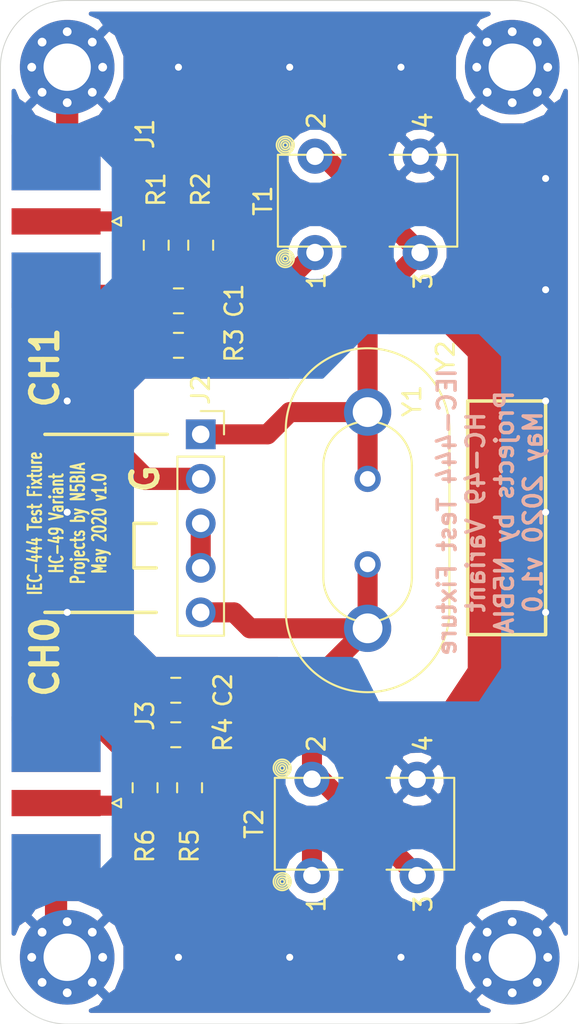
<source format=kicad_pcb>
(kicad_pcb (version 20171130) (host pcbnew 5.0.2-bee76a0~70~ubuntu18.04.1)

  (general
    (thickness 1.6)
    (drawings 22)
    (tracks 70)
    (zones 0)
    (modules 19)
    (nets 9)
  )

  (page A)
  (title_block
    (title "IEC-444 Test Fixture - HC49 Variant")
    (date 2020-05-27)
    (rev V1.0)
    (company "Projects by N5BIA")
    (comment 3 "AMCP crystal parameter program")
    (comment 4 "Developed from HC49S test fixture on GITHUB")
  )

  (layers
    (0 F.Cu signal hide)
    (31 B.Cu signal hide)
    (32 B.Adhes user hide)
    (33 F.Adhes user hide)
    (34 B.Paste user hide)
    (35 F.Paste user hide)
    (36 B.SilkS user hide)
    (37 F.SilkS user)
    (38 B.Mask user hide)
    (39 F.Mask user)
    (40 Dwgs.User user)
    (41 Cmts.User user hide)
    (42 Eco1.User user)
    (43 Eco2.User user)
    (44 Edge.Cuts user)
    (45 Margin user)
    (46 B.CrtYd user)
    (47 F.CrtYd user)
    (48 B.Fab user)
    (49 F.Fab user hide)
  )

  (setup
    (last_trace_width 0.508)
    (trace_clearance 0.381)
    (zone_clearance 0.508)
    (zone_45_only yes)
    (trace_min 0.2)
    (segment_width 0.2)
    (edge_width 0.05)
    (via_size 0.8)
    (via_drill 0.4)
    (via_min_size 0.4)
    (via_min_drill 0.3)
    (uvia_size 0.3)
    (uvia_drill 0.1)
    (uvias_allowed no)
    (uvia_min_size 0.2)
    (uvia_min_drill 0.1)
    (pcb_text_width 0.3)
    (pcb_text_size 1.5 1.5)
    (mod_edge_width 0.12)
    (mod_text_size 1 1)
    (mod_text_width 0.15)
    (pad_size 2 2)
    (pad_drill 1)
    (pad_to_mask_clearance 0.051)
    (solder_mask_min_width 0.25)
    (aux_axis_origin 0 0)
    (visible_elements FFFDFFBF)
    (pcbplotparams
      (layerselection 0x010fa_ffffffff)
      (usegerberextensions false)
      (usegerberattributes false)
      (usegerberadvancedattributes false)
      (creategerberjobfile false)
      (excludeedgelayer true)
      (linewidth 0.100000)
      (plotframeref false)
      (viasonmask false)
      (mode 1)
      (useauxorigin false)
      (hpglpennumber 1)
      (hpglpenspeed 20)
      (hpglpendiameter 15.000000)
      (psnegative false)
      (psa4output false)
      (plotreference true)
      (plotvalue false)
      (plotinvisibletext false)
      (padsonsilk false)
      (subtractmaskfromsilk false)
      (outputformat 1)
      (mirror false)
      (drillshape 0)
      (scaleselection 1)
      (outputdirectory "production/"))
  )

  (net 0 "")
  (net 1 GND)
  (net 2 /zi12.5)
  (net 3 /zo12.5)
  (net 4 /zo50)
  (net 5 /zi)
  (net 6 "Net-(J2-Pad3)")
  (net 7 /zo)
  (net 8 /zi50)

  (net_class Default "This is the default net class."
    (clearance 0.381)
    (trace_width 0.508)
    (via_dia 0.8)
    (via_drill 0.4)
    (uvia_dia 0.3)
    (uvia_drill 0.1)
  )

  (net_class 50ohm_milled ""
    (clearance 0.381)
    (trace_width 1.143)
    (via_dia 1.3)
    (via_drill 1)
    (uvia_dia 0.3)
    (uvia_drill 0.1)
    (add_net /zi)
    (add_net /zi50)
    (add_net /zo)
    (add_net /zo50)
  )

  (net_class gnd ""
    (clearance 0.381)
    (trace_width 1.27)
    (via_dia 0.8)
    (via_drill 0.4)
    (uvia_dia 0.3)
    (uvia_drill 0.1)
    (add_net GND)
  )

  (net_class zo12 ""
    (clearance 0.381)
    (trace_width 1.143)
    (via_dia 0.8)
    (via_drill 0.4)
    (uvia_dia 0.3)
    (uvia_drill 0.1)
    (add_net /zi12.5)
    (add_net /zo12.5)
    (add_net "Net-(J2-Pad3)")
  )

  (module custom-footprint:Transformer_Toroid_Vertical_L10.0mm_W5.0mm_T37 (layer F.Cu) (tedit 5ECEDC95) (tstamp 5EEA5C5F)
    (at 131.445 93.98)
    (descr "L_Toroid, Vertical series, Radial, pin pitch=5.08mm, , length*width=10*5mm^2")
    (tags "Toroid, T37, Balun")
    (path /5EB764DE)
    (fp_text reference T1 (at -5.969 2.54 90) (layer F.SilkS)
      (effects (font (size 1 1) (thickness 0.15)))
    )
    (fp_text value Toroid (at 0 7.33) (layer F.Fab) hide
      (effects (font (size 1 1) (thickness 0.15)))
    )
    (fp_text user 4 (at 3.175 -2.032 90) (layer F.SilkS)
      (effects (font (size 1 1) (thickness 0.15)))
    )
    (fp_text user 3 (at 3.175 7.112 90) (layer F.SilkS)
      (effects (font (size 1 1) (thickness 0.15)))
    )
    (fp_text user 2 (at -2.921 -2.032 90) (layer F.SilkS)
      (effects (font (size 1 1) (thickness 0.15)))
    )
    (fp_text user 1 (at -2.921 7.112 90) (layer F.SilkS)
      (effects (font (size 1 1) (thickness 0.15)))
    )
    (fp_circle (center -4.699 -0.635) (end -4.699 -0.762) (layer F.SilkS) (width 0.1))
    (fp_circle (center -4.699 -0.635) (end -4.699 -0.889) (layer F.SilkS) (width 0.1))
    (fp_circle (center -4.699 -0.635) (end -4.699 -1.016) (layer F.SilkS) (width 0.1))
    (fp_circle (center -4.699 5.842) (end -4.699 5.715) (layer F.SilkS) (width 0.1))
    (fp_circle (center -4.699 5.842) (end -4.699 5.588) (layer F.SilkS) (width 0.1))
    (fp_circle (center -4.699 5.842) (end -4.699 5.461) (layer F.SilkS) (width 0.1))
    (fp_line (start -5 0.04) (end -5 5.04) (layer F.Fab) (width 0.1))
    (fp_line (start -5 5.04) (end 5 5.04) (layer F.Fab) (width 0.1))
    (fp_line (start 5 5.04) (end 5 0.04) (layer F.Fab) (width 0.1))
    (fp_line (start 5 0.04) (end -5 0.04) (layer F.Fab) (width 0.1))
    (fp_line (start -4 0) (end -4 5.08) (layer F.Fab) (width 0.1))
    (fp_line (start -4 5.08) (end 4 5.08) (layer F.Fab) (width 0.1))
    (fp_line (start 4 5.08) (end 4 0) (layer F.Fab) (width 0.1))
    (fp_line (start 4 0) (end -4 0) (layer F.Fab) (width 0.1))
    (fp_line (start -4 0) (end -3.6 5.08) (layer F.Fab) (width 0.1))
    (fp_line (start -3.2 0) (end -2.8 5.08) (layer F.Fab) (width 0.1))
    (fp_line (start -2.4 0) (end -2 5.08) (layer F.Fab) (width 0.1))
    (fp_line (start -1.6 0) (end -1.2 5.08) (layer F.Fab) (width 0.1))
    (fp_line (start -0.8 0) (end -0.4 5.08) (layer F.Fab) (width 0.1))
    (fp_line (start 0 0) (end 0.4 5.08) (layer F.Fab) (width 0.1))
    (fp_line (start 0.8 0) (end 1.2 5.08) (layer F.Fab) (width 0.1))
    (fp_line (start 1.6 0) (end 2 5.08) (layer F.Fab) (width 0.1))
    (fp_line (start 2.4 0) (end 2.8 5.08) (layer F.Fab) (width 0.1))
    (fp_line (start 3.2 0) (end 3.6 5.08) (layer F.Fab) (width 0.1))
    (fp_line (start -5.12 -0.08) (end -1.255 -0.08) (layer F.SilkS) (width 0.12))
    (fp_line (start 1.255 -0.08) (end 5.12 -0.08) (layer F.SilkS) (width 0.12))
    (fp_line (start -5.12 5.16) (end -1.255 5.16) (layer F.SilkS) (width 0.12))
    (fp_line (start 1.255 5.16) (end 5.12 5.16) (layer F.SilkS) (width 0.12))
    (fp_line (start -5.12 -0.08) (end -5.12 5.16) (layer F.SilkS) (width 0.12))
    (fp_line (start 5.12 -0.08) (end 5.12 5.16) (layer F.SilkS) (width 0.12))
    (fp_line (start -5.25 -1.25) (end -5.25 6.33) (layer F.CrtYd) (width 0.05))
    (fp_line (start -5.25 6.33) (end 5.25 6.33) (layer F.CrtYd) (width 0.05))
    (fp_line (start 5.25 6.33) (end 5.25 -1.25) (layer F.CrtYd) (width 0.05))
    (fp_line (start 5.25 -1.25) (end -5.25 -1.25) (layer F.CrtYd) (width 0.05))
    (fp_text user %R (at 2.54 0) (layer F.Fab)
      (effects (font (size 1 1) (thickness 0.15)))
    )
    (fp_circle (center -4.699 -0.635) (end -4.199 -0.635) (layer F.SilkS) (width 0.1))
    (fp_circle (center -4.699 5.842) (end -4.699 5.342) (layer F.SilkS) (width 0.1))
    (pad 3 thru_hole circle (at 3 5.5) (size 2 2) (drill 1) (layers *.Cu *.Mask)
      (net 2 /zi12.5))
    (pad 1 thru_hole circle (at -3 5.5) (size 2 2) (drill 1) (layers *.Cu *.Mask)
      (net 8 /zi50))
    (pad 2 thru_hole circle (at -3 0) (size 2 2) (drill 1) (layers *.Cu *.Mask)
      (net 2 /zi12.5))
    (pad 4 thru_hole circle (at 3 0) (size 2 2) (drill 1) (layers *.Cu *.Mask)
      (net 1 GND))
    (model ${KISYS3DMOD}/Inductor_THT.3dshapes/L_CommonMode_Toroid_Vertical_L21.0mm_W10.0mm_Px5.08mm_Py12.70mm_muRATA_5100.step
      (offset (xyz -3.162299952507019 -0 0))
      (scale (xyz 0.5 1.05 0.5))
      (rotate (xyz 0 0 0))
    )
  )

  (module custom-footprint:Transformer_Toroid_Vertical_L10.0mm_W5.0mm_T37 (layer F.Cu) (tedit 5ECEDC95) (tstamp 5EEA5C88)
    (at 131.27 129.54)
    (descr "L_Toroid, Vertical series, Radial, pin pitch=5.08mm, , length*width=10*5mm^2")
    (tags "Toroid, T37, Balun")
    (path /5EB765DE)
    (fp_text reference T2 (at -6.302 2.54 90) (layer F.SilkS)
      (effects (font (size 1 1) (thickness 0.15)))
    )
    (fp_text value Toroid (at 0 7.33) (layer F.Fab) hide
      (effects (font (size 1 1) (thickness 0.15)))
    )
    (fp_text user 4 (at 3.35 -2.032 90) (layer F.SilkS)
      (effects (font (size 1 1) (thickness 0.15)))
    )
    (fp_text user 3 (at 3.35 7.112 90) (layer F.SilkS)
      (effects (font (size 1 1) (thickness 0.15)))
    )
    (fp_text user 2 (at -2.746 -2.032 90) (layer F.SilkS)
      (effects (font (size 1 1) (thickness 0.15)))
    )
    (fp_text user 1 (at -2.746 7.112 90) (layer F.SilkS)
      (effects (font (size 1 1) (thickness 0.15)))
    )
    (fp_circle (center -4.699 -0.635) (end -4.699 -0.762) (layer F.SilkS) (width 0.1))
    (fp_circle (center -4.699 -0.635) (end -4.699 -0.889) (layer F.SilkS) (width 0.1))
    (fp_circle (center -4.699 -0.635) (end -4.699 -1.016) (layer F.SilkS) (width 0.1))
    (fp_circle (center -4.699 5.842) (end -4.699 5.715) (layer F.SilkS) (width 0.1))
    (fp_circle (center -4.699 5.842) (end -4.699 5.588) (layer F.SilkS) (width 0.1))
    (fp_circle (center -4.699 5.842) (end -4.699 5.461) (layer F.SilkS) (width 0.1))
    (fp_line (start -5 0.04) (end -5 5.04) (layer F.Fab) (width 0.1))
    (fp_line (start -5 5.04) (end 5 5.04) (layer F.Fab) (width 0.1))
    (fp_line (start 5 5.04) (end 5 0.04) (layer F.Fab) (width 0.1))
    (fp_line (start 5 0.04) (end -5 0.04) (layer F.Fab) (width 0.1))
    (fp_line (start -4 0) (end -4 5.08) (layer F.Fab) (width 0.1))
    (fp_line (start -4 5.08) (end 4 5.08) (layer F.Fab) (width 0.1))
    (fp_line (start 4 5.08) (end 4 0) (layer F.Fab) (width 0.1))
    (fp_line (start 4 0) (end -4 0) (layer F.Fab) (width 0.1))
    (fp_line (start -4 0) (end -3.6 5.08) (layer F.Fab) (width 0.1))
    (fp_line (start -3.2 0) (end -2.8 5.08) (layer F.Fab) (width 0.1))
    (fp_line (start -2.4 0) (end -2 5.08) (layer F.Fab) (width 0.1))
    (fp_line (start -1.6 0) (end -1.2 5.08) (layer F.Fab) (width 0.1))
    (fp_line (start -0.8 0) (end -0.4 5.08) (layer F.Fab) (width 0.1))
    (fp_line (start 0 0) (end 0.4 5.08) (layer F.Fab) (width 0.1))
    (fp_line (start 0.8 0) (end 1.2 5.08) (layer F.Fab) (width 0.1))
    (fp_line (start 1.6 0) (end 2 5.08) (layer F.Fab) (width 0.1))
    (fp_line (start 2.4 0) (end 2.8 5.08) (layer F.Fab) (width 0.1))
    (fp_line (start 3.2 0) (end 3.6 5.08) (layer F.Fab) (width 0.1))
    (fp_line (start -5.12 -0.08) (end -1.255 -0.08) (layer F.SilkS) (width 0.12))
    (fp_line (start 1.255 -0.08) (end 5.12 -0.08) (layer F.SilkS) (width 0.12))
    (fp_line (start -5.12 5.16) (end -1.255 5.16) (layer F.SilkS) (width 0.12))
    (fp_line (start 1.255 5.16) (end 5.12 5.16) (layer F.SilkS) (width 0.12))
    (fp_line (start -5.12 -0.08) (end -5.12 5.16) (layer F.SilkS) (width 0.12))
    (fp_line (start 5.12 -0.08) (end 5.12 5.16) (layer F.SilkS) (width 0.12))
    (fp_line (start -5.25 -1.25) (end -5.25 6.33) (layer F.CrtYd) (width 0.05))
    (fp_line (start -5.25 6.33) (end 5.25 6.33) (layer F.CrtYd) (width 0.05))
    (fp_line (start 5.25 6.33) (end 5.25 -1.25) (layer F.CrtYd) (width 0.05))
    (fp_line (start 5.25 -1.25) (end -5.25 -1.25) (layer F.CrtYd) (width 0.05))
    (fp_text user %R (at 2.54 0) (layer F.Fab)
      (effects (font (size 1 1) (thickness 0.15)))
    )
    (fp_circle (center -4.699 -0.635) (end -4.199 -0.635) (layer F.SilkS) (width 0.1))
    (fp_circle (center -4.699 5.842) (end -4.699 5.342) (layer F.SilkS) (width 0.1))
    (pad 3 thru_hole circle (at 3 5.5) (size 2 2) (drill 1) (layers *.Cu *.Mask)
      (net 3 /zo12.5))
    (pad 1 thru_hole circle (at -3 5.5) (size 2 2) (drill 1) (layers *.Cu *.Mask)
      (net 4 /zo50))
    (pad 2 thru_hole circle (at -3 0) (size 2 2) (drill 1) (layers *.Cu *.Mask)
      (net 3 /zo12.5))
    (pad 4 thru_hole circle (at 3 0) (size 2 2) (drill 1) (layers *.Cu *.Mask)
      (net 1 GND))
    (model ${KISYS3DMOD}/Inductor_THT.3dshapes/L_CommonMode_Toroid_Vertical_L21.0mm_W10.0mm_Px5.08mm_Py12.70mm_muRATA_5100.step
      (offset (xyz -3.162299952507019 -0 0))
      (scale (xyz 0.5 1.05 0.5))
      (rotate (xyz 0 0 0))
    )
  )

  (module custom-footprint:SMA_EdgeMount (layer F.Cu) (tedit 5ECE9A65) (tstamp 5EC491D5)
    (at 113.665 97.7011 180)
    (descr http://www.amphenolrf.com/132289.html)
    (tags SMA)
    (path /5D614539)
    (attr smd)
    (fp_text reference J1 (at -5.08 4.9911 90) (layer F.SilkS)
      (effects (font (size 1 1) (thickness 0.15)))
    )
    (fp_text value SMA (at 5 6) (layer F.Fab)
      (effects (font (size 1 1) (thickness 0.15)))
    )
    (fp_line (start -3.71 0.25) (end -3.21 0) (layer F.SilkS) (width 0.12))
    (fp_line (start -3.71 -0.25) (end -3.71 0.25) (layer F.SilkS) (width 0.12))
    (fp_line (start -3.21 0) (end -3.71 -0.25) (layer F.SilkS) (width 0.12))
    (fp_line (start 3.54 0) (end 2.54 0.75) (layer F.Fab) (width 0.1))
    (fp_line (start 2.54 -0.75) (end 3.54 0) (layer F.Fab) (width 0.1))
    (fp_text user %R (at -4.445 4.445 270) (layer F.Fab)
      (effects (font (size 1 1) (thickness 0.15)))
    )
    (fp_line (start 14.47 -5.58) (end -3.04 -5.58) (layer F.CrtYd) (width 0.05))
    (fp_line (start 14.47 -5.58) (end 14.47 5.58) (layer F.CrtYd) (width 0.05))
    (fp_line (start 14.47 5.58) (end -3.04 5.58) (layer F.CrtYd) (width 0.05))
    (fp_line (start -3.04 5.58) (end -3.04 -5.58) (layer F.CrtYd) (width 0.05))
    (fp_line (start 14.47 -5.58) (end -3.04 -5.58) (layer B.CrtYd) (width 0.05))
    (fp_line (start 14.47 -5.58) (end 14.47 5.58) (layer B.CrtYd) (width 0.05))
    (fp_line (start 14.47 5.58) (end -3.04 5.58) (layer B.CrtYd) (width 0.05))
    (fp_line (start -3.04 5.58) (end -3.04 -5.58) (layer B.CrtYd) (width 0.05))
    (fp_line (start 4.445 -3.81) (end 13.97 -3.81) (layer F.Fab) (width 0.1))
    (fp_line (start 13.97 -3.81) (end 13.97 3.81) (layer F.Fab) (width 0.1))
    (fp_line (start 13.97 3.81) (end 4.445 3.81) (layer F.Fab) (width 0.1))
    (fp_line (start 4.445 5.08) (end 4.445 3.81) (layer F.Fab) (width 0.1))
    (fp_line (start 4.445 -3.81) (end 4.445 -5.08) (layer F.Fab) (width 0.1))
    (fp_line (start -1.91 -5.08) (end 4.445 -5.08) (layer F.Fab) (width 0.1))
    (fp_line (start -1.91 -5.08) (end -1.91 -3.81) (layer F.Fab) (width 0.1))
    (fp_line (start -1.91 -3.81) (end 2.54 -3.81) (layer F.Fab) (width 0.1))
    (fp_line (start 2.54 -3.81) (end 2.54 3.81) (layer F.Fab) (width 0.1))
    (fp_line (start 2.54 3.81) (end -1.91 3.81) (layer F.Fab) (width 0.1))
    (fp_line (start -1.91 3.81) (end -1.91 5.08) (layer F.Fab) (width 0.1))
    (fp_line (start -1.91 5.08) (end 4.445 5.08) (layer F.Fab) (width 0.1))
    (pad 2 smd rect (at 0 4.25 270) (size 3.175 5.08) (drill (offset 0.889 0)) (layers B.Cu B.Paste B.Mask)
      (net 1 GND))
    (pad 2 smd rect (at 0 -4.25 270) (size 3.175 5.08) (drill (offset -0.889 0)) (layers B.Cu B.Paste B.Mask)
      (net 1 GND))
    (pad 2 smd rect (at 0 4.25 270) (size 3.175 5.08) (drill (offset 0.889 0)) (layers F.Cu F.Paste F.Mask)
      (net 1 GND))
    (pad 2 smd rect (at 0 -4.25 270) (size 3.175 5.08) (drill (offset -0.889 0)) (layers F.Cu F.Paste F.Mask)
      (net 1 GND))
    (pad 1 smd rect (at 0 0 270) (size 1.5 5.08) (layers F.Cu F.Paste F.Mask)
      (net 5 /zi))
    (model /home/wbuoy/ElectProjects/library/digikey-kicad-library/901-10513-1.igs
      (offset (xyz 17.14499974250793 0 0.6349999904632568))
      (scale (xyz 1.5 1.5 1.5))
      (rotate (xyz 90 0 180))
    )
  )

  (module custom-footprint:SMA_EdgeMount locked (layer F.Cu) (tedit 5ECE9A65) (tstamp 5EC4909F)
    (at 113.665 130.8989 180)
    (descr http://www.amphenolrf.com/132289.html)
    (tags SMA)
    (path /5D614489)
    (attr smd)
    (fp_text reference J3 (at -5.08 4.9911 90) (layer F.SilkS)
      (effects (font (size 1 1) (thickness 0.15)))
    )
    (fp_text value SMA (at 5 6) (layer F.Fab)
      (effects (font (size 1 1) (thickness 0.15)))
    )
    (fp_line (start -3.71 0.25) (end -3.21 0) (layer F.SilkS) (width 0.12))
    (fp_line (start -3.71 -0.25) (end -3.71 0.25) (layer F.SilkS) (width 0.12))
    (fp_line (start -3.21 0) (end -3.71 -0.25) (layer F.SilkS) (width 0.12))
    (fp_line (start 3.54 0) (end 2.54 0.75) (layer F.Fab) (width 0.1))
    (fp_line (start 2.54 -0.75) (end 3.54 0) (layer F.Fab) (width 0.1))
    (fp_text user %R (at -4.445 4.445 270) (layer F.Fab)
      (effects (font (size 1 1) (thickness 0.15)))
    )
    (fp_line (start 14.47 -5.58) (end -3.04 -5.58) (layer F.CrtYd) (width 0.05))
    (fp_line (start 14.47 -5.58) (end 14.47 5.58) (layer F.CrtYd) (width 0.05))
    (fp_line (start 14.47 5.58) (end -3.04 5.58) (layer F.CrtYd) (width 0.05))
    (fp_line (start -3.04 5.58) (end -3.04 -5.58) (layer F.CrtYd) (width 0.05))
    (fp_line (start 14.47 -5.58) (end -3.04 -5.58) (layer B.CrtYd) (width 0.05))
    (fp_line (start 14.47 -5.58) (end 14.47 5.58) (layer B.CrtYd) (width 0.05))
    (fp_line (start 14.47 5.58) (end -3.04 5.58) (layer B.CrtYd) (width 0.05))
    (fp_line (start -3.04 5.58) (end -3.04 -5.58) (layer B.CrtYd) (width 0.05))
    (fp_line (start 4.445 -3.81) (end 13.97 -3.81) (layer F.Fab) (width 0.1))
    (fp_line (start 13.97 -3.81) (end 13.97 3.81) (layer F.Fab) (width 0.1))
    (fp_line (start 13.97 3.81) (end 4.445 3.81) (layer F.Fab) (width 0.1))
    (fp_line (start 4.445 5.08) (end 4.445 3.81) (layer F.Fab) (width 0.1))
    (fp_line (start 4.445 -3.81) (end 4.445 -5.08) (layer F.Fab) (width 0.1))
    (fp_line (start -1.91 -5.08) (end 4.445 -5.08) (layer F.Fab) (width 0.1))
    (fp_line (start -1.91 -5.08) (end -1.91 -3.81) (layer F.Fab) (width 0.1))
    (fp_line (start -1.91 -3.81) (end 2.54 -3.81) (layer F.Fab) (width 0.1))
    (fp_line (start 2.54 -3.81) (end 2.54 3.81) (layer F.Fab) (width 0.1))
    (fp_line (start 2.54 3.81) (end -1.91 3.81) (layer F.Fab) (width 0.1))
    (fp_line (start -1.91 3.81) (end -1.91 5.08) (layer F.Fab) (width 0.1))
    (fp_line (start -1.91 5.08) (end 4.445 5.08) (layer F.Fab) (width 0.1))
    (pad 2 smd rect (at 0 4.25 270) (size 3.175 5.08) (drill (offset 0.889 0)) (layers B.Cu B.Paste B.Mask)
      (net 1 GND))
    (pad 2 smd rect (at 0 -4.25 270) (size 3.175 5.08) (drill (offset -0.889 0)) (layers B.Cu B.Paste B.Mask)
      (net 1 GND))
    (pad 2 smd rect (at 0 4.25 270) (size 3.175 5.08) (drill (offset 0.889 0)) (layers F.Cu F.Paste F.Mask)
      (net 1 GND))
    (pad 2 smd rect (at 0 -4.25 270) (size 3.175 5.08) (drill (offset -0.889 0)) (layers F.Cu F.Paste F.Mask)
      (net 1 GND))
    (pad 1 smd rect (at 0 0 270) (size 1.5 5.08) (layers F.Cu F.Paste F.Mask)
      (net 7 /zo))
    (model /home/wbuoy/ElectProjects/library/digikey-kicad-library/901-10513-1.igs
      (offset (xyz 17.14499974250793 0 0.6349999904632568))
      (scale (xyz 1.5 1.5 1.5))
      (rotate (xyz 90 0 180))
    )
  )

  (module Crystal:Crystal_HC33-U_Vertical (layer F.Cu) (tedit 5A1AD3B7) (tstamp 5EB985F0)
    (at 131.445 108.585 270)
    (descr "Crystal THT HC-33/U, http://pdi.bentech-taiwan.com/PDI/GEN20SPEV20HC3320U.pdf")
    (tags "THT crystalHC-33/U")
    (path /5EB976FE)
    (fp_text reference Y2 (at -3.175 -4.445 270) (layer F.SilkS)
      (effects (font (size 1 1) (thickness 0.15)))
    )
    (fp_text value HS-49S (at 6.17 5.67 270) (layer F.Fab)
      (effects (font (size 1 1) (thickness 0.15)))
    )
    (fp_text user %R (at 6.17 0 270) (layer F.Fab)
      (effects (font (size 1 1) (thickness 0.15)))
    )
    (fp_line (start 1.025 -4.47) (end 11.315 -4.47) (layer F.Fab) (width 0.1))
    (fp_line (start 1.025 4.47) (end 11.315 4.47) (layer F.Fab) (width 0.1))
    (fp_line (start 0.985 -4.025) (end 11.355 -4.025) (layer F.Fab) (width 0.1))
    (fp_line (start 0.985 4.025) (end 11.355 4.025) (layer F.Fab) (width 0.1))
    (fp_line (start 1.025 -4.67) (end 11.315 -4.67) (layer F.SilkS) (width 0.12))
    (fp_line (start 1.025 4.67) (end 11.315 4.67) (layer F.SilkS) (width 0.12))
    (fp_line (start -3.9 -5) (end -3.9 5) (layer F.CrtYd) (width 0.05))
    (fp_line (start -3.9 5) (end 16.3 5) (layer F.CrtYd) (width 0.05))
    (fp_line (start 16.3 5) (end 16.3 -5) (layer F.CrtYd) (width 0.05))
    (fp_line (start 16.3 -5) (end -3.9 -5) (layer F.CrtYd) (width 0.05))
    (fp_arc (start 1.025 0) (end 1.025 -4.47) (angle -180) (layer F.Fab) (width 0.1))
    (fp_arc (start 11.315 0) (end 11.315 -4.47) (angle 180) (layer F.Fab) (width 0.1))
    (fp_arc (start 0.985 0) (end 0.985 -4.025) (angle -180) (layer F.Fab) (width 0.1))
    (fp_arc (start 11.355 0) (end 11.355 -4.025) (angle 180) (layer F.Fab) (width 0.1))
    (fp_arc (start 1.025 0) (end 1.025 -4.67) (angle -180) (layer F.SilkS) (width 0.12))
    (fp_arc (start 11.315 0) (end 11.315 -4.67) (angle 180) (layer F.SilkS) (width 0.12))
    (pad 1 thru_hole circle (at 0 0 270) (size 2.7 2.7) (drill 1.7) (layers *.Cu *.Mask)
      (net 2 /zi12.5))
    (pad 2 thru_hole circle (at 12.34 0 270) (size 2.7 2.7) (drill 1.7) (layers *.Cu *.Mask)
      (net 3 /zo12.5))
    (model ${KISYS3DMOD}/Crystal.3dshapes/Crystal_HC33-U_Vertical.wrl
      (at (xyz 0 0 0))
      (scale (xyz 1 1 1))
      (rotate (xyz 0 0 0))
    )
  )

  (module Crystal:Crystal_HC49-4H_Vertical (layer F.Cu) (tedit 5EB96574) (tstamp 5EC4AC02)
    (at 131.445 112.395 270)
    (descr "Crystal THT HC-49-4H http://5hertz.com/pdfs/04404_D.pdf")
    (tags "THT crystalHC-49-4H")
    (path /5DDDC3CC)
    (fp_text reference Y1 (at -4.445 -2.54 270) (layer F.SilkS)
      (effects (font (size 1 1) (thickness 0.15)))
    )
    (fp_text value HS-49S (at 2.44 3.525 270) (layer F.Fab)
      (effects (font (size 1 1) (thickness 0.15)))
    )
    (fp_text user %R (at 2.44 0 270) (layer F.Fab)
      (effects (font (size 1 1) (thickness 0.15)))
    )
    (fp_line (start -0.76 -2.325) (end 5.64 -2.325) (layer F.Fab) (width 0.1))
    (fp_line (start -0.76 2.325) (end 5.64 2.325) (layer F.Fab) (width 0.1))
    (fp_line (start -0.56 -2) (end 5.44 -2) (layer F.Fab) (width 0.1))
    (fp_line (start -0.56 2) (end 5.44 2) (layer F.Fab) (width 0.1))
    (fp_line (start -0.76 -2.525) (end 5.64 -2.525) (layer F.SilkS) (width 0.12))
    (fp_line (start -0.76 2.525) (end 5.64 2.525) (layer F.SilkS) (width 0.12))
    (fp_line (start -3.6 -2.8) (end -3.6 2.8) (layer F.CrtYd) (width 0.05))
    (fp_line (start -3.6 2.8) (end 8.5 2.8) (layer F.CrtYd) (width 0.05))
    (fp_line (start 8.5 2.8) (end 8.5 -2.8) (layer F.CrtYd) (width 0.05))
    (fp_line (start 8.5 -2.8) (end -3.6 -2.8) (layer F.CrtYd) (width 0.05))
    (fp_arc (start -0.76 0) (end -0.76 -2.325) (angle -180) (layer F.Fab) (width 0.1))
    (fp_arc (start 5.64 0) (end 5.64 -2.325) (angle 180) (layer F.Fab) (width 0.1))
    (fp_arc (start -0.56 0) (end -0.56 -2) (angle -180) (layer F.Fab) (width 0.1))
    (fp_arc (start 5.44 0) (end 5.44 -2) (angle 180) (layer F.Fab) (width 0.1))
    (fp_arc (start -0.76 0) (end -0.76 -2.525) (angle -180) (layer F.SilkS) (width 0.12))
    (fp_arc (start 5.64 0) (end 5.64 -2.525) (angle 180) (layer F.SilkS) (width 0.12))
    (pad 1 thru_hole circle (at 0 0 270) (size 1.5 1.5) (drill 0.889) (layers *.Cu *.Mask)
      (net 2 /zi12.5))
    (pad 2 thru_hole circle (at 4.88 0 270) (size 1.5 1.5) (drill 0.889) (layers *.Cu *.Mask)
      (net 3 /zo12.5))
    (model ${KISYS3DMOD}/Crystal.3dshapes/Crystal_HC49-4H_Vertical.wrl
      (at (xyz 0 0 0))
      (scale (xyz 1 1 1))
      (rotate (xyz 0 0 0))
    )
  )

  (module Capacitor_SMD:C_0805_2012Metric_Pad1.15x1.40mm_HandSolder (layer F.Cu) (tedit 5B36C52B) (tstamp 5EC490F4)
    (at 120.65 102.235 180)
    (descr "Capacitor SMD 0805 (2012 Metric), square (rectangular) end terminal, IPC_7351 nominal with elongated pad for handsoldering. (Body size source: https://docs.google.com/spreadsheets/d/1BsfQQcO9C6DZCsRaXUlFlo91Tg2WpOkGARC1WS5S8t0/edit?usp=sharing), generated with kicad-footprint-generator")
    (tags "capacitor handsolder")
    (path /5D612DA1)
    (attr smd)
    (fp_text reference C1 (at -3.175 0 270) (layer F.SilkS)
      (effects (font (size 1 1) (thickness 0.15)))
    )
    (fp_text value omit (at 0 1.65 180) (layer F.Fab)
      (effects (font (size 1 1) (thickness 0.15)))
    )
    (fp_text user %R (at 0 0 180) (layer F.Fab)
      (effects (font (size 0.5 0.5) (thickness 0.08)))
    )
    (fp_line (start 1.85 0.95) (end -1.85 0.95) (layer F.CrtYd) (width 0.05))
    (fp_line (start 1.85 -0.95) (end 1.85 0.95) (layer F.CrtYd) (width 0.05))
    (fp_line (start -1.85 -0.95) (end 1.85 -0.95) (layer F.CrtYd) (width 0.05))
    (fp_line (start -1.85 0.95) (end -1.85 -0.95) (layer F.CrtYd) (width 0.05))
    (fp_line (start -0.261252 0.71) (end 0.261252 0.71) (layer F.SilkS) (width 0.12))
    (fp_line (start -0.261252 -0.71) (end 0.261252 -0.71) (layer F.SilkS) (width 0.12))
    (fp_line (start 1 0.6) (end -1 0.6) (layer F.Fab) (width 0.1))
    (fp_line (start 1 -0.6) (end 1 0.6) (layer F.Fab) (width 0.1))
    (fp_line (start -1 -0.6) (end 1 -0.6) (layer F.Fab) (width 0.1))
    (fp_line (start -1 0.6) (end -1 -0.6) (layer F.Fab) (width 0.1))
    (pad 2 smd roundrect (at 1.025 0 180) (size 1.15 1.4) (layers F.Cu F.Paste F.Mask) (roundrect_rratio 0.217391)
      (net 1 GND))
    (pad 1 smd roundrect (at -1.025 0 180) (size 1.15 1.4) (layers F.Cu F.Paste F.Mask) (roundrect_rratio 0.217391)
      (net 8 /zi50))
    (model ${KISYS3DMOD}/Capacitor_SMD.3dshapes/C_0805_2012Metric.wrl
      (at (xyz 0 0 0))
      (scale (xyz 1 1 1))
      (rotate (xyz 0 0 0))
    )
  )

  (module Capacitor_SMD:C_0805_2012Metric_Pad1.15x1.40mm_HandSolder (layer F.Cu) (tedit 5B36C52B) (tstamp 5EC490E4)
    (at 120.4975 124.46 180)
    (descr "Capacitor SMD 0805 (2012 Metric), square (rectangular) end terminal, IPC_7351 nominal with elongated pad for handsoldering. (Body size source: https://docs.google.com/spreadsheets/d/1BsfQQcO9C6DZCsRaXUlFlo91Tg2WpOkGARC1WS5S8t0/edit?usp=sharing), generated with kicad-footprint-generator")
    (tags "capacitor handsolder")
    (path /5D612EBD)
    (attr smd)
    (fp_text reference C2 (at -2.6925 0 270) (layer F.SilkS)
      (effects (font (size 1 1) (thickness 0.15)))
    )
    (fp_text value omit (at 0 1.65 180) (layer F.Fab)
      (effects (font (size 1 1) (thickness 0.15)))
    )
    (fp_line (start -1 0.6) (end -1 -0.6) (layer F.Fab) (width 0.1))
    (fp_line (start -1 -0.6) (end 1 -0.6) (layer F.Fab) (width 0.1))
    (fp_line (start 1 -0.6) (end 1 0.6) (layer F.Fab) (width 0.1))
    (fp_line (start 1 0.6) (end -1 0.6) (layer F.Fab) (width 0.1))
    (fp_line (start -0.261252 -0.71) (end 0.261252 -0.71) (layer F.SilkS) (width 0.12))
    (fp_line (start -0.261252 0.71) (end 0.261252 0.71) (layer F.SilkS) (width 0.12))
    (fp_line (start -1.85 0.95) (end -1.85 -0.95) (layer F.CrtYd) (width 0.05))
    (fp_line (start -1.85 -0.95) (end 1.85 -0.95) (layer F.CrtYd) (width 0.05))
    (fp_line (start 1.85 -0.95) (end 1.85 0.95) (layer F.CrtYd) (width 0.05))
    (fp_line (start 1.85 0.95) (end -1.85 0.95) (layer F.CrtYd) (width 0.05))
    (fp_text user %R (at 0 0 180) (layer F.Fab)
      (effects (font (size 0.5 0.5) (thickness 0.08)))
    )
    (pad 1 smd roundrect (at -1.025 0 180) (size 1.15 1.4) (layers F.Cu F.Paste F.Mask) (roundrect_rratio 0.217391)
      (net 4 /zo50))
    (pad 2 smd roundrect (at 1.025 0 180) (size 1.15 1.4) (layers F.Cu F.Paste F.Mask) (roundrect_rratio 0.217391)
      (net 1 GND))
    (model ${KISYS3DMOD}/Capacitor_SMD.3dshapes/C_0805_2012Metric.wrl
      (at (xyz 0 0 0))
      (scale (xyz 1 1 1))
      (rotate (xyz 0 0 0))
    )
  )

  (module Connector_PinSocket_2.54mm:PinSocket_1x05_P2.54mm_Vertical (layer F.Cu) (tedit 5A19A420) (tstamp 5EC49065)
    (at 121.92 109.855)
    (descr "Through hole straight socket strip, 1x05, 2.54mm pitch, single row (from Kicad 4.0.7), script generated")
    (tags "Through hole socket strip THT 1x05 2.54mm single row")
    (path /5EB760DB)
    (fp_text reference J2 (at 0 -2.54 90) (layer F.SilkS)
      (effects (font (size 1 1) (thickness 0.15)))
    )
    (fp_text value "5 pos sip socket" (at 0 12.93) (layer F.Fab)
      (effects (font (size 1 1) (thickness 0.15)))
    )
    (fp_line (start -1.27 -1.27) (end 0.635 -1.27) (layer F.Fab) (width 0.1))
    (fp_line (start 0.635 -1.27) (end 1.27 -0.635) (layer F.Fab) (width 0.1))
    (fp_line (start 1.27 -0.635) (end 1.27 11.43) (layer F.Fab) (width 0.1))
    (fp_line (start 1.27 11.43) (end -1.27 11.43) (layer F.Fab) (width 0.1))
    (fp_line (start -1.27 11.43) (end -1.27 -1.27) (layer F.Fab) (width 0.1))
    (fp_line (start -1.33 1.27) (end 1.33 1.27) (layer F.SilkS) (width 0.12))
    (fp_line (start -1.33 1.27) (end -1.33 11.49) (layer F.SilkS) (width 0.12))
    (fp_line (start -1.33 11.49) (end 1.33 11.49) (layer F.SilkS) (width 0.12))
    (fp_line (start 1.33 1.27) (end 1.33 11.49) (layer F.SilkS) (width 0.12))
    (fp_line (start 1.33 -1.33) (end 1.33 0) (layer F.SilkS) (width 0.12))
    (fp_line (start 0 -1.33) (end 1.33 -1.33) (layer F.SilkS) (width 0.12))
    (fp_line (start -1.8 -1.8) (end 1.75 -1.8) (layer F.CrtYd) (width 0.05))
    (fp_line (start 1.75 -1.8) (end 1.75 11.9) (layer F.CrtYd) (width 0.05))
    (fp_line (start 1.75 11.9) (end -1.8 11.9) (layer F.CrtYd) (width 0.05))
    (fp_line (start -1.8 11.9) (end -1.8 -1.8) (layer F.CrtYd) (width 0.05))
    (fp_text user %R (at 0 5.08 90) (layer F.Fab)
      (effects (font (size 1 1) (thickness 0.15)))
    )
    (pad 1 thru_hole rect (at 0 0) (size 1.7 1.7) (drill 1) (layers *.Cu *.Mask)
      (net 2 /zi12.5))
    (pad 2 thru_hole oval (at 0 2.54) (size 1.7 1.7) (drill 1) (layers *.Cu *.Mask)
      (net 1 GND))
    (pad 3 thru_hole oval (at 0 5.08) (size 1.7 1.7) (drill 1) (layers *.Cu *.Mask)
      (net 6 "Net-(J2-Pad3)"))
    (pad 4 thru_hole oval (at 0 7.62) (size 1.7 1.7) (drill 1) (layers *.Cu *.Mask)
      (net 6 "Net-(J2-Pad3)"))
    (pad 5 thru_hole oval (at 0 10.16) (size 1.7 1.7) (drill 1) (layers *.Cu *.Mask)
      (net 3 /zo12.5))
    (model ${KISYS3DMOD}/Connector_PinSocket_2.54mm.3dshapes/PinSocket_1x05_P2.54mm_Vertical.wrl
      (at (xyz 0 0 0))
      (scale (xyz 1 1 1))
      (rotate (xyz 0 0 0))
    )
  )

  (module MountingHole:MountingHole_2.7mm_Pad_Via (layer F.Cu) (tedit 5EB776D3) (tstamp 5EC49034)
    (at 114.3 88.9)
    (descr "Mounting Hole 2.7mm")
    (tags "mounting hole 2.7mm")
    (path /5EB5EFA5)
    (attr virtual)
    (fp_text reference M1 (at 0 -3.7) (layer F.SilkS) hide
      (effects (font (size 1 1) (thickness 0.15)))
    )
    (fp_text value MountingHole (at 0 3.7) (layer F.Fab)
      (effects (font (size 1 1) (thickness 0.15)))
    )
    (fp_circle (center 0 0) (end 2.95 0) (layer F.CrtYd) (width 0.05))
    (fp_circle (center 0 0) (end 2.7 0) (layer Cmts.User) (width 0.15))
    (fp_text user %R (at 0.3 0) (layer F.Fab)
      (effects (font (size 1 1) (thickness 0.15)))
    )
    (pad 1 thru_hole circle (at 1.431891 -1.431891) (size 0.8 0.8) (drill 0.5) (layers *.Cu *.Mask)
      (net 1 GND))
    (pad 1 thru_hole circle (at 0 -2.025) (size 0.8 0.8) (drill 0.5) (layers *.Cu *.Mask)
      (net 1 GND))
    (pad 1 thru_hole circle (at -1.431891 -1.431891) (size 0.8 0.8) (drill 0.5) (layers *.Cu *.Mask)
      (net 1 GND))
    (pad 1 thru_hole circle (at -2.025 0) (size 0.8 0.8) (drill 0.5) (layers *.Cu *.Mask)
      (net 1 GND))
    (pad 1 thru_hole circle (at -1.431891 1.431891) (size 0.8 0.8) (drill 0.5) (layers *.Cu *.Mask)
      (net 1 GND))
    (pad 1 thru_hole circle (at 0 2.025) (size 0.8 0.8) (drill 0.5) (layers *.Cu *.Mask)
      (net 1 GND))
    (pad 1 thru_hole circle (at 1.431891 1.431891) (size 0.8 0.8) (drill 0.5) (layers *.Cu *.Mask)
      (net 1 GND))
    (pad 1 thru_hole circle (at 2.025 0) (size 0.8 0.8) (drill 0.5) (layers *.Cu *.Mask)
      (net 1 GND))
    (pad 1 thru_hole circle (at 0 0) (size 5.4 5.4) (drill 2.7) (layers *.Cu *.Mask)
      (net 1 GND))
  )

  (module MountingHole:MountingHole_2.7mm_Pad_Via (layer F.Cu) (tedit 5EB776B5) (tstamp 5EC49025)
    (at 114.3 139.7)
    (descr "Mounting Hole 2.7mm")
    (tags "mounting hole 2.7mm")
    (path /5EB5ED34)
    (attr virtual)
    (fp_text reference M3 (at 0 -3.7) (layer F.SilkS) hide
      (effects (font (size 1 1) (thickness 0.15)))
    )
    (fp_text value MountingHole (at 0 3.7) (layer F.Fab)
      (effects (font (size 1 1) (thickness 0.15)))
    )
    (fp_text user %R (at 0.3 0) (layer F.Fab)
      (effects (font (size 1 1) (thickness 0.15)))
    )
    (fp_circle (center 0 0) (end 2.7 0) (layer Cmts.User) (width 0.15))
    (fp_circle (center 0 0) (end 2.95 0) (layer F.CrtYd) (width 0.05))
    (pad 1 thru_hole circle (at 0 0) (size 5.4 5.4) (drill 2.7) (layers *.Cu *.Mask)
      (net 1 GND))
    (pad 1 thru_hole circle (at 2.025 0) (size 0.8 0.8) (drill 0.5) (layers *.Cu *.Mask)
      (net 1 GND))
    (pad 1 thru_hole circle (at 1.431891 1.431891) (size 0.8 0.8) (drill 0.5) (layers *.Cu *.Mask)
      (net 1 GND))
    (pad 1 thru_hole circle (at 0 2.025) (size 0.8 0.8) (drill 0.5) (layers *.Cu *.Mask)
      (net 1 GND))
    (pad 1 thru_hole circle (at -1.431891 1.431891) (size 0.8 0.8) (drill 0.5) (layers *.Cu *.Mask)
      (net 1 GND))
    (pad 1 thru_hole circle (at -2.025 0) (size 0.8 0.8) (drill 0.5) (layers *.Cu *.Mask)
      (net 1 GND))
    (pad 1 thru_hole circle (at -1.431891 -1.431891) (size 0.8 0.8) (drill 0.5) (layers *.Cu *.Mask)
      (net 1 GND))
    (pad 1 thru_hole circle (at 0 -2.025) (size 0.8 0.8) (drill 0.5) (layers *.Cu *.Mask)
      (net 1 GND))
    (pad 1 thru_hole circle (at 1.431891 -1.431891) (size 0.8 0.8) (drill 0.5) (layers *.Cu *.Mask)
      (net 1 GND))
  )

  (module MountingHole:MountingHole_2.7mm_Pad_Via (layer F.Cu) (tedit 5EB776AA) (tstamp 5EC49016)
    (at 139.7 139.7)
    (descr "Mounting Hole 2.7mm")
    (tags "mounting hole 2.7mm")
    (path /5EB5EF3B)
    (attr virtual)
    (fp_text reference M4 (at 0 -3.7) (layer F.SilkS) hide
      (effects (font (size 1 1) (thickness 0.15)))
    )
    (fp_text value MountingHole (at 0 3.7) (layer F.Fab)
      (effects (font (size 1 1) (thickness 0.15)))
    )
    (fp_circle (center 0 0) (end 2.95 0) (layer F.CrtYd) (width 0.05))
    (fp_circle (center 0 0) (end 2.7 0) (layer Cmts.User) (width 0.15))
    (fp_text user %R (at 0.3 0) (layer F.Fab)
      (effects (font (size 1 1) (thickness 0.15)))
    )
    (pad 1 thru_hole circle (at 1.431891 -1.431891) (size 0.8 0.8) (drill 0.5) (layers *.Cu *.Mask)
      (net 1 GND))
    (pad 1 thru_hole circle (at 0 -2.025) (size 0.8 0.8) (drill 0.5) (layers *.Cu *.Mask)
      (net 1 GND))
    (pad 1 thru_hole circle (at -1.431891 -1.431891) (size 0.8 0.8) (drill 0.5) (layers *.Cu *.Mask)
      (net 1 GND))
    (pad 1 thru_hole circle (at -2.025 0) (size 0.8 0.8) (drill 0.5) (layers *.Cu *.Mask)
      (net 1 GND))
    (pad 1 thru_hole circle (at -1.431891 1.431891) (size 0.8 0.8) (drill 0.5) (layers *.Cu *.Mask)
      (net 1 GND))
    (pad 1 thru_hole circle (at 0 2.025) (size 0.8 0.8) (drill 0.5) (layers *.Cu *.Mask)
      (net 1 GND))
    (pad 1 thru_hole circle (at 1.431891 1.431891) (size 0.8 0.8) (drill 0.5) (layers *.Cu *.Mask)
      (net 1 GND))
    (pad 1 thru_hole circle (at 2.025 0) (size 0.8 0.8) (drill 0.5) (layers *.Cu *.Mask)
      (net 1 GND))
    (pad 1 thru_hole circle (at 0 0) (size 5.4 5.4) (drill 2.7) (layers *.Cu *.Mask)
      (net 1 GND))
  )

  (module MountingHole:MountingHole_2.7mm_Pad_Via (layer F.Cu) (tedit 5EB776C4) (tstamp 5EC49007)
    (at 139.7 88.9)
    (descr "Mounting Hole 2.7mm")
    (tags "mounting hole 2.7mm")
    (path /5EB5EEC8)
    (attr virtual)
    (fp_text reference M2 (at 0 -3.7) (layer F.SilkS) hide
      (effects (font (size 1 1) (thickness 0.15)))
    )
    (fp_text value MountingHole (at 0 3.7) (layer F.Fab)
      (effects (font (size 1 1) (thickness 0.15)))
    )
    (fp_text user %R (at 0.3 0) (layer F.Fab)
      (effects (font (size 1 1) (thickness 0.15)))
    )
    (fp_circle (center 0 0) (end 2.7 0) (layer Cmts.User) (width 0.15))
    (fp_circle (center 0 0) (end 2.95 0) (layer F.CrtYd) (width 0.05))
    (pad 1 thru_hole circle (at 0 0) (size 5.4 5.4) (drill 2.7) (layers *.Cu *.Mask)
      (net 1 GND))
    (pad 1 thru_hole circle (at 2.025 0) (size 0.8 0.8) (drill 0.5) (layers *.Cu *.Mask)
      (net 1 GND))
    (pad 1 thru_hole circle (at 1.431891 1.431891) (size 0.8 0.8) (drill 0.5) (layers *.Cu *.Mask)
      (net 1 GND))
    (pad 1 thru_hole circle (at 0 2.025) (size 0.8 0.8) (drill 0.5) (layers *.Cu *.Mask)
      (net 1 GND))
    (pad 1 thru_hole circle (at -1.431891 1.431891) (size 0.8 0.8) (drill 0.5) (layers *.Cu *.Mask)
      (net 1 GND))
    (pad 1 thru_hole circle (at -2.025 0) (size 0.8 0.8) (drill 0.5) (layers *.Cu *.Mask)
      (net 1 GND))
    (pad 1 thru_hole circle (at -1.431891 -1.431891) (size 0.8 0.8) (drill 0.5) (layers *.Cu *.Mask)
      (net 1 GND))
    (pad 1 thru_hole circle (at 0 -2.025) (size 0.8 0.8) (drill 0.5) (layers *.Cu *.Mask)
      (net 1 GND))
    (pad 1 thru_hole circle (at 1.431891 -1.431891) (size 0.8 0.8) (drill 0.5) (layers *.Cu *.Mask)
      (net 1 GND))
  )

  (module Resistor_SMD:R_0805_2012Metric_Pad1.15x1.40mm_HandSolder (layer F.Cu) (tedit 5B36C52B) (tstamp 5EC48FF7)
    (at 120.4975 127 180)
    (descr "Resistor SMD 0805 (2012 Metric), square (rectangular) end terminal, IPC_7351 nominal with elongated pad for handsoldering. (Body size source: https://docs.google.com/spreadsheets/d/1BsfQQcO9C6DZCsRaXUlFlo91Tg2WpOkGARC1WS5S8t0/edit?usp=sharing), generated with kicad-footprint-generator")
    (tags "resistor handsolder")
    (path /5D61253A)
    (attr smd)
    (fp_text reference R4 (at -2.6925 0 270) (layer F.SilkS)
      (effects (font (size 1 1) (thickness 0.15)))
    )
    (fp_text value "see table" (at 0 1.65 180) (layer F.Fab)
      (effects (font (size 1 1) (thickness 0.15)))
    )
    (fp_text user %R (at 0 0 180) (layer F.Fab)
      (effects (font (size 0.5 0.5) (thickness 0.08)))
    )
    (fp_line (start 1.85 0.95) (end -1.85 0.95) (layer F.CrtYd) (width 0.05))
    (fp_line (start 1.85 -0.95) (end 1.85 0.95) (layer F.CrtYd) (width 0.05))
    (fp_line (start -1.85 -0.95) (end 1.85 -0.95) (layer F.CrtYd) (width 0.05))
    (fp_line (start -1.85 0.95) (end -1.85 -0.95) (layer F.CrtYd) (width 0.05))
    (fp_line (start -0.261252 0.71) (end 0.261252 0.71) (layer F.SilkS) (width 0.12))
    (fp_line (start -0.261252 -0.71) (end 0.261252 -0.71) (layer F.SilkS) (width 0.12))
    (fp_line (start 1 0.6) (end -1 0.6) (layer F.Fab) (width 0.1))
    (fp_line (start 1 -0.6) (end 1 0.6) (layer F.Fab) (width 0.1))
    (fp_line (start -1 -0.6) (end 1 -0.6) (layer F.Fab) (width 0.1))
    (fp_line (start -1 0.6) (end -1 -0.6) (layer F.Fab) (width 0.1))
    (pad 2 smd roundrect (at 1.025 0 180) (size 1.15 1.4) (layers F.Cu F.Paste F.Mask) (roundrect_rratio 0.217391)
      (net 1 GND))
    (pad 1 smd roundrect (at -1.025 0 180) (size 1.15 1.4) (layers F.Cu F.Paste F.Mask) (roundrect_rratio 0.217391)
      (net 4 /zo50))
    (model ${KISYS3DMOD}/Resistor_SMD.3dshapes/R_0805_2012Metric.wrl
      (at (xyz 0 0 0))
      (scale (xyz 1 1 1))
      (rotate (xyz 0 0 0))
    )
  )

  (module Resistor_SMD:R_0805_2012Metric_Pad1.15x1.40mm_HandSolder (layer F.Cu) (tedit 5B36C52B) (tstamp 5EC48FE7)
    (at 120.65 104.775 180)
    (descr "Resistor SMD 0805 (2012 Metric), square (rectangular) end terminal, IPC_7351 nominal with elongated pad for handsoldering. (Body size source: https://docs.google.com/spreadsheets/d/1BsfQQcO9C6DZCsRaXUlFlo91Tg2WpOkGARC1WS5S8t0/edit?usp=sharing), generated with kicad-footprint-generator")
    (tags "resistor handsolder")
    (path /5D612D46)
    (attr smd)
    (fp_text reference R3 (at -3.175 0 270) (layer F.SilkS)
      (effects (font (size 1 1) (thickness 0.15)))
    )
    (fp_text value "see table" (at 0 1.65 180) (layer F.Fab)
      (effects (font (size 1 1) (thickness 0.15)))
    )
    (fp_line (start -1 0.6) (end -1 -0.6) (layer F.Fab) (width 0.1))
    (fp_line (start -1 -0.6) (end 1 -0.6) (layer F.Fab) (width 0.1))
    (fp_line (start 1 -0.6) (end 1 0.6) (layer F.Fab) (width 0.1))
    (fp_line (start 1 0.6) (end -1 0.6) (layer F.Fab) (width 0.1))
    (fp_line (start -0.261252 -0.71) (end 0.261252 -0.71) (layer F.SilkS) (width 0.12))
    (fp_line (start -0.261252 0.71) (end 0.261252 0.71) (layer F.SilkS) (width 0.12))
    (fp_line (start -1.85 0.95) (end -1.85 -0.95) (layer F.CrtYd) (width 0.05))
    (fp_line (start -1.85 -0.95) (end 1.85 -0.95) (layer F.CrtYd) (width 0.05))
    (fp_line (start 1.85 -0.95) (end 1.85 0.95) (layer F.CrtYd) (width 0.05))
    (fp_line (start 1.85 0.95) (end -1.85 0.95) (layer F.CrtYd) (width 0.05))
    (fp_text user %R (at 0 0 180) (layer F.Fab)
      (effects (font (size 0.5 0.5) (thickness 0.08)))
    )
    (pad 1 smd roundrect (at -1.025 0 180) (size 1.15 1.4) (layers F.Cu F.Paste F.Mask) (roundrect_rratio 0.217391)
      (net 8 /zi50))
    (pad 2 smd roundrect (at 1.025 0 180) (size 1.15 1.4) (layers F.Cu F.Paste F.Mask) (roundrect_rratio 0.217391)
      (net 1 GND))
    (model ${KISYS3DMOD}/Resistor_SMD.3dshapes/R_0805_2012Metric.wrl
      (at (xyz 0 0 0))
      (scale (xyz 1 1 1))
      (rotate (xyz 0 0 0))
    )
  )

  (module Resistor_SMD:R_0805_2012Metric_Pad1.15x1.40mm_HandSolder (layer F.Cu) (tedit 5B36C52B) (tstamp 5EC48FD7)
    (at 121.92 99.06 90)
    (descr "Resistor SMD 0805 (2012 Metric), square (rectangular) end terminal, IPC_7351 nominal with elongated pad for handsoldering. (Body size source: https://docs.google.com/spreadsheets/d/1BsfQQcO9C6DZCsRaXUlFlo91Tg2WpOkGARC1WS5S8t0/edit?usp=sharing), generated with kicad-footprint-generator")
    (tags "resistor handsolder")
    (path /5EB6E6D9)
    (attr smd)
    (fp_text reference R2 (at 3.175 0 90) (layer F.SilkS)
      (effects (font (size 1 1) (thickness 0.15)))
    )
    (fp_text value "see table" (at 0 1.65 90) (layer F.Fab)
      (effects (font (size 1 1) (thickness 0.15)))
    )
    (fp_text user %R (at 0 0 90) (layer F.Fab)
      (effects (font (size 0.5 0.5) (thickness 0.08)))
    )
    (fp_line (start 1.85 0.95) (end -1.85 0.95) (layer F.CrtYd) (width 0.05))
    (fp_line (start 1.85 -0.95) (end 1.85 0.95) (layer F.CrtYd) (width 0.05))
    (fp_line (start -1.85 -0.95) (end 1.85 -0.95) (layer F.CrtYd) (width 0.05))
    (fp_line (start -1.85 0.95) (end -1.85 -0.95) (layer F.CrtYd) (width 0.05))
    (fp_line (start -0.261252 0.71) (end 0.261252 0.71) (layer F.SilkS) (width 0.12))
    (fp_line (start -0.261252 -0.71) (end 0.261252 -0.71) (layer F.SilkS) (width 0.12))
    (fp_line (start 1 0.6) (end -1 0.6) (layer F.Fab) (width 0.1))
    (fp_line (start 1 -0.6) (end 1 0.6) (layer F.Fab) (width 0.1))
    (fp_line (start -1 -0.6) (end 1 -0.6) (layer F.Fab) (width 0.1))
    (fp_line (start -1 0.6) (end -1 -0.6) (layer F.Fab) (width 0.1))
    (pad 2 smd roundrect (at 1.025 0 90) (size 1.15 1.4) (layers F.Cu F.Paste F.Mask) (roundrect_rratio 0.217391)
      (net 5 /zi))
    (pad 1 smd roundrect (at -1.025 0 90) (size 1.15 1.4) (layers F.Cu F.Paste F.Mask) (roundrect_rratio 0.217391)
      (net 8 /zi50))
    (model ${KISYS3DMOD}/Resistor_SMD.3dshapes/R_0805_2012Metric.wrl
      (at (xyz 0 0 0))
      (scale (xyz 1 1 1))
      (rotate (xyz 0 0 0))
    )
  )

  (module Resistor_SMD:R_0805_2012Metric_Pad1.15x1.40mm_HandSolder (layer F.Cu) (tedit 5B36C52B) (tstamp 5EC48FC7)
    (at 119.38 99.06 270)
    (descr "Resistor SMD 0805 (2012 Metric), square (rectangular) end terminal, IPC_7351 nominal with elongated pad for handsoldering. (Body size source: https://docs.google.com/spreadsheets/d/1BsfQQcO9C6DZCsRaXUlFlo91Tg2WpOkGARC1WS5S8t0/edit?usp=sharing), generated with kicad-footprint-generator")
    (tags "resistor handsolder")
    (path /5D612D4C)
    (attr smd)
    (fp_text reference R1 (at -3.175 0 270) (layer F.SilkS)
      (effects (font (size 1 1) (thickness 0.15)))
    )
    (fp_text value "see table" (at 0 1.65 270) (layer F.Fab)
      (effects (font (size 1 1) (thickness 0.15)))
    )
    (fp_line (start -1 0.6) (end -1 -0.6) (layer F.Fab) (width 0.1))
    (fp_line (start -1 -0.6) (end 1 -0.6) (layer F.Fab) (width 0.1))
    (fp_line (start 1 -0.6) (end 1 0.6) (layer F.Fab) (width 0.1))
    (fp_line (start 1 0.6) (end -1 0.6) (layer F.Fab) (width 0.1))
    (fp_line (start -0.261252 -0.71) (end 0.261252 -0.71) (layer F.SilkS) (width 0.12))
    (fp_line (start -0.261252 0.71) (end 0.261252 0.71) (layer F.SilkS) (width 0.12))
    (fp_line (start -1.85 0.95) (end -1.85 -0.95) (layer F.CrtYd) (width 0.05))
    (fp_line (start -1.85 -0.95) (end 1.85 -0.95) (layer F.CrtYd) (width 0.05))
    (fp_line (start 1.85 -0.95) (end 1.85 0.95) (layer F.CrtYd) (width 0.05))
    (fp_line (start 1.85 0.95) (end -1.85 0.95) (layer F.CrtYd) (width 0.05))
    (fp_text user %R (at 0 0 270) (layer F.Fab)
      (effects (font (size 0.5 0.5) (thickness 0.08)))
    )
    (pad 1 smd roundrect (at -1.025 0 270) (size 1.15 1.4) (layers F.Cu F.Paste F.Mask) (roundrect_rratio 0.217391)
      (net 5 /zi))
    (pad 2 smd roundrect (at 1.025 0 270) (size 1.15 1.4) (layers F.Cu F.Paste F.Mask) (roundrect_rratio 0.217391)
      (net 1 GND))
    (model ${KISYS3DMOD}/Resistor_SMD.3dshapes/R_0805_2012Metric.wrl
      (at (xyz 0 0 0))
      (scale (xyz 1 1 1))
      (rotate (xyz 0 0 0))
    )
  )

  (module Resistor_SMD:R_0805_2012Metric_Pad1.15x1.40mm_HandSolder (layer F.Cu) (tedit 5B36C52B) (tstamp 5EC48FB7)
    (at 121.285 130.0225 90)
    (descr "Resistor SMD 0805 (2012 Metric), square (rectangular) end terminal, IPC_7351 nominal with elongated pad for handsoldering. (Body size source: https://docs.google.com/spreadsheets/d/1BsfQQcO9C6DZCsRaXUlFlo91Tg2WpOkGARC1WS5S8t0/edit?usp=sharing), generated with kicad-footprint-generator")
    (tags "resistor handsolder")
    (path /5EB70AA2)
    (attr smd)
    (fp_text reference R5 (at -3.3275 0 90) (layer F.SilkS)
      (effects (font (size 1 1) (thickness 0.15)))
    )
    (fp_text value "see table" (at 0 1.65 90) (layer F.Fab)
      (effects (font (size 1 1) (thickness 0.15)))
    )
    (fp_text user %R (at 0 0 90) (layer F.Fab)
      (effects (font (size 0.5 0.5) (thickness 0.08)))
    )
    (fp_line (start 1.85 0.95) (end -1.85 0.95) (layer F.CrtYd) (width 0.05))
    (fp_line (start 1.85 -0.95) (end 1.85 0.95) (layer F.CrtYd) (width 0.05))
    (fp_line (start -1.85 -0.95) (end 1.85 -0.95) (layer F.CrtYd) (width 0.05))
    (fp_line (start -1.85 0.95) (end -1.85 -0.95) (layer F.CrtYd) (width 0.05))
    (fp_line (start -0.261252 0.71) (end 0.261252 0.71) (layer F.SilkS) (width 0.12))
    (fp_line (start -0.261252 -0.71) (end 0.261252 -0.71) (layer F.SilkS) (width 0.12))
    (fp_line (start 1 0.6) (end -1 0.6) (layer F.Fab) (width 0.1))
    (fp_line (start 1 -0.6) (end 1 0.6) (layer F.Fab) (width 0.1))
    (fp_line (start -1 -0.6) (end 1 -0.6) (layer F.Fab) (width 0.1))
    (fp_line (start -1 0.6) (end -1 -0.6) (layer F.Fab) (width 0.1))
    (pad 2 smd roundrect (at 1.025 0 90) (size 1.15 1.4) (layers F.Cu F.Paste F.Mask) (roundrect_rratio 0.217391)
      (net 4 /zo50))
    (pad 1 smd roundrect (at -1.025 0 90) (size 1.15 1.4) (layers F.Cu F.Paste F.Mask) (roundrect_rratio 0.217391)
      (net 7 /zo))
    (model ${KISYS3DMOD}/Resistor_SMD.3dshapes/R_0805_2012Metric.wrl
      (at (xyz 0 0 0))
      (scale (xyz 1 1 1))
      (rotate (xyz 0 0 0))
    )
  )

  (module Resistor_SMD:R_0805_2012Metric_Pad1.15x1.40mm_HandSolder (layer F.Cu) (tedit 5B36C52B) (tstamp 5EC48FA7)
    (at 118.745 130.0225 90)
    (descr "Resistor SMD 0805 (2012 Metric), square (rectangular) end terminal, IPC_7351 nominal with elongated pad for handsoldering. (Body size source: https://docs.google.com/spreadsheets/d/1BsfQQcO9C6DZCsRaXUlFlo91Tg2WpOkGARC1WS5S8t0/edit?usp=sharing), generated with kicad-footprint-generator")
    (tags "resistor handsolder")
    (path /5D6124B7)
    (attr smd)
    (fp_text reference R6 (at -3.3275 0 90) (layer F.SilkS)
      (effects (font (size 1 1) (thickness 0.15)))
    )
    (fp_text value "see table" (at 0 1.65 90) (layer F.Fab)
      (effects (font (size 1 1) (thickness 0.15)))
    )
    (fp_line (start -1 0.6) (end -1 -0.6) (layer F.Fab) (width 0.1))
    (fp_line (start -1 -0.6) (end 1 -0.6) (layer F.Fab) (width 0.1))
    (fp_line (start 1 -0.6) (end 1 0.6) (layer F.Fab) (width 0.1))
    (fp_line (start 1 0.6) (end -1 0.6) (layer F.Fab) (width 0.1))
    (fp_line (start -0.261252 -0.71) (end 0.261252 -0.71) (layer F.SilkS) (width 0.12))
    (fp_line (start -0.261252 0.71) (end 0.261252 0.71) (layer F.SilkS) (width 0.12))
    (fp_line (start -1.85 0.95) (end -1.85 -0.95) (layer F.CrtYd) (width 0.05))
    (fp_line (start -1.85 -0.95) (end 1.85 -0.95) (layer F.CrtYd) (width 0.05))
    (fp_line (start 1.85 -0.95) (end 1.85 0.95) (layer F.CrtYd) (width 0.05))
    (fp_line (start 1.85 0.95) (end -1.85 0.95) (layer F.CrtYd) (width 0.05))
    (fp_text user %R (at 0 0 90) (layer F.Fab)
      (effects (font (size 0.5 0.5) (thickness 0.08)))
    )
    (pad 1 smd roundrect (at -1.025 0 90) (size 1.15 1.4) (layers F.Cu F.Paste F.Mask) (roundrect_rratio 0.217391)
      (net 7 /zo))
    (pad 2 smd roundrect (at 1.025 0 90) (size 1.15 1.4) (layers F.Cu F.Paste F.Mask) (roundrect_rratio 0.217391)
      (net 1 GND))
    (model ${KISYS3DMOD}/Resistor_SMD.3dshapes/R_0805_2012Metric.wrl
      (at (xyz 0 0 0))
      (scale (xyz 1 1 1))
      (rotate (xyz 0 0 0))
    )
  )

  (gr_line (start 137.16 121.285) (end 137.16 107.95) (layer F.SilkS) (width 0.2))
  (gr_line (start 141.605 121.285) (end 137.16 121.285) (layer F.SilkS) (width 0.2))
  (gr_line (start 141.605 107.95) (end 141.605 121.285) (layer F.SilkS) (width 0.2))
  (gr_line (start 137.16 107.95) (end 141.605 107.95) (layer F.SilkS) (width 0.2))
  (gr_text "IEC-444 Test Fixture\nHC-49 Variant\nProjects by N5BIA\nMay 2020 v1.0" (at 114.3 114.935 90) (layer F.SilkS)
    (effects (font (size 0.762 0.508) (thickness 0.127)))
  )
  (gr_line (start 120.015 109.855) (end 113.03 109.855) (layer F.SilkS) (width 0.2))
  (gr_line (start 119.38 120.015) (end 113.03 120.015) (layer F.SilkS) (width 0.2))
  (gr_text G (at 118.745 112.395 90) (layer F.SilkS)
    (effects (font (size 1.5 1.5) (thickness 0.3)))
  )
  (gr_line (start 118.11 117.475) (end 119.38 117.475) (layer F.SilkS) (width 0.2))
  (gr_line (start 118.11 114.935) (end 118.11 117.475) (layer F.SilkS) (width 0.2))
  (gr_line (start 119.38 114.935) (end 118.11 114.935) (layer F.SilkS) (width 0.2))
  (gr_text CH1 (at 113.03 106.045 90) (layer F.SilkS)
    (effects (font (size 1.5 1.5) (thickness 0.3)))
  )
  (gr_text CH0 (at 113.03 122.555 90) (layer F.SilkS)
    (effects (font (size 1.5 1.5) (thickness 0.3)))
  )
  (gr_text "IEC-444 Test Fixture\nHC-49 Variant\nProjects by N5BIA\nMay 2020 v1.0" (at 138.43 114.3 90) (layer B.SilkS)
    (effects (font (size 1.016 1.016) (thickness 0.2032)) (justify mirror))
  )
  (gr_line (start 114.3 143.51) (end 139.7 143.51) (layer Edge.Cuts) (width 0.05) (tstamp 5E221B39))
  (gr_line (start 110.49 88.9) (end 110.49 139.7) (layer Edge.Cuts) (width 0.05) (tstamp 5E221B38))
  (gr_line (start 139.7 85.09) (end 114.3 85.09) (layer Edge.Cuts) (width 0.05) (tstamp 5E221B37))
  (gr_line (start 143.51 139.7) (end 143.51 88.9) (layer Edge.Cuts) (width 0.05) (tstamp 5E221B36))
  (gr_arc (start 139.7 139.7) (end 139.7 143.51) (angle -90) (layer Edge.Cuts) (width 0.05))
  (gr_arc (start 114.3 139.7) (end 110.49 139.7) (angle -90) (layer Edge.Cuts) (width 0.05))
  (gr_arc (start 139.7 88.9) (end 143.51 88.9) (angle -90) (layer Edge.Cuts) (width 0.05))
  (gr_arc (start 114.3 88.9) (end 114.3 85.09) (angle -90) (layer Edge.Cuts) (width 0.05))

  (segment (start 117.475 111.125) (end 118.745 112.395) (width 1.27) (layer F.Cu) (net 1))
  (segment (start 118.745 112.395) (end 121.92 112.395) (width 1.27) (layer F.Cu) (net 1) (status 20))
  (segment (start 117.475 105.41) (end 117.475 111.125) (width 1.27) (layer F.Cu) (net 1))
  (segment (start 119.625 104.775) (end 118.11 104.775) (width 1.27) (layer F.Cu) (net 1) (status 10))
  (segment (start 118.11 104.775) (end 117.475 105.41) (width 1.27) (layer F.Cu) (net 1))
  (segment (start 119.38 101.99) (end 119.625 102.235) (width 1.27) (layer F.Cu) (net 1) (status 30))
  (segment (start 119.38 100.085) (end 119.38 101.99) (width 1.27) (layer F.Cu) (net 1) (status 30))
  (segment (start 119.625 102.235) (end 119.625 104.775) (width 1.27) (layer F.Cu) (net 1) (status 30))
  (segment (start 119.3411 101.9511) (end 119.38 101.99) (width 1.27) (layer F.Cu) (net 1) (status 30))
  (segment (start 113.665 101.9511) (end 119.3411 101.9511) (width 1.27) (layer F.Cu) (net 1) (status 30))
  (segment (start 119.4725 124.46) (end 119.4725 127) (width 1.27) (layer F.Cu) (net 1) (status 30))
  (segment (start 119.4725 128.27) (end 118.745 128.9975) (width 1.27) (layer F.Cu) (net 1) (status 20))
  (segment (start 119.4725 127) (end 119.4725 128.27) (width 1.27) (layer F.Cu) (net 1) (status 10))
  (segment (start 116.3964 126.6489) (end 118.745 128.9975) (width 1.27) (layer F.Cu) (net 1) (status 20))
  (segment (start 113.665 126.6489) (end 116.3964 126.6489) (width 1.27) (layer F.Cu) (net 1) (status 10))
  (segment (start 113.665 139.065) (end 114.3 139.7) (width 1.27) (layer F.Cu) (net 1))
  (segment (start 113.665 135.1489) (end 113.665 139.065) (width 1.27) (layer F.Cu) (net 1))
  (segment (start 114.3 92.8161) (end 113.665 93.4511) (width 1.27) (layer F.Cu) (net 1))
  (segment (start 114.3 88.9) (end 114.3 92.8161) (width 1.27) (layer F.Cu) (net 1))
  (via (at 120.65 139.7) (size 0.8) (drill 0.4) (layers F.Cu B.Cu) (net 1))
  (via (at 127 139.7) (size 0.8) (drill 0.4) (layers F.Cu B.Cu) (net 1))
  (via (at 133.35 139.7) (size 0.8) (drill 0.4) (layers F.Cu B.Cu) (net 1))
  (via (at 120.65 88.9) (size 0.8) (drill 0.4) (layers F.Cu B.Cu) (net 1))
  (via (at 127 88.9) (size 0.8) (drill 0.4) (layers F.Cu B.Cu) (net 1))
  (via (at 133.35 88.9) (size 0.8) (drill 0.4) (layers F.Cu B.Cu) (net 1))
  (via (at 141.605 95.25) (size 0.8) (drill 0.4) (layers F.Cu B.Cu) (net 1))
  (via (at 141.605 101.6) (size 0.8) (drill 0.4) (layers F.Cu B.Cu) (net 1))
  (via (at 141.605 107.95) (size 0.8) (drill 0.4) (layers F.Cu B.Cu) (net 1))
  (via (at 141.605 114.3) (size 0.8) (drill 0.4) (layers F.Cu B.Cu) (net 1))
  (via (at 141.605 120.015) (size 0.8) (drill 0.4) (layers F.Cu B.Cu) (net 1))
  (via (at 114.3 107.95) (size 0.8) (drill 0.4) (layers F.Cu B.Cu) (net 1))
  (via (at 114.3 114.3) (size 0.8) (drill 0.4) (layers F.Cu B.Cu) (net 1))
  (via (at 114.3 120.015) (size 0.8) (drill 0.4) (layers F.Cu B.Cu) (net 1))
  (segment (start 131.445 108.585) (end 131.445 112.395) (width 1.143) (layer F.Cu) (net 2))
  (segment (start 121.92 109.855) (end 125.73 109.855) (width 1.143) (layer F.Cu) (net 2))
  (segment (start 127 108.585) (end 131.445 108.585) (width 1.143) (layer F.Cu) (net 2))
  (segment (start 125.73 109.855) (end 127 108.585) (width 1.143) (layer F.Cu) (net 2))
  (segment (start 128.945 93.98) (end 134.445 99.48) (width 1.143) (layer F.Cu) (net 2))
  (segment (start 128.445 93.98) (end 128.945 93.98) (width 1.143) (layer F.Cu) (net 2))
  (segment (start 131.445 102.48) (end 134.445 99.48) (width 1.143) (layer F.Cu) (net 2))
  (segment (start 131.445 108.585) (end 131.445 102.48) (width 1.143) (layer F.Cu) (net 2))
  (segment (start 121.92 120.015) (end 123.825 120.015) (width 1.143) (layer F.Cu) (net 3))
  (segment (start 123.825 120.015) (end 124.735 120.925) (width 1.143) (layer F.Cu) (net 3))
  (segment (start 131.445 117.275) (end 131.445 120.925) (width 1.143) (layer F.Cu) (net 3))
  (segment (start 124.735 120.925) (end 127 120.925) (width 1.143) (layer F.Cu) (net 3))
  (segment (start 127 120.925) (end 131.445 120.925) (width 1.143) (layer F.Cu) (net 3))
  (segment (start 128.77 129.54) (end 134.27 135.04) (width 1.143) (layer F.Cu) (net 3))
  (segment (start 128.27 129.54) (end 128.77 129.54) (width 1.143) (layer F.Cu) (net 3))
  (segment (start 128.27 124.1) (end 131.445 120.925) (width 1.143) (layer F.Cu) (net 3))
  (segment (start 128.27 129.54) (end 128.27 124.1) (width 1.143) (layer F.Cu) (net 3))
  (segment (start 121.5225 124.46) (end 121.5225 127) (width 1.143) (layer F.Cu) (net 4) (status 30))
  (segment (start 121.5225 128.76) (end 121.285 128.9975) (width 1.143) (layer F.Cu) (net 4) (status 30))
  (segment (start 121.5225 127) (end 121.5225 128.76) (width 1.143) (layer F.Cu) (net 4) (status 30))
  (segment (start 128.27 135.04) (end 128.27 133.35) (width 1.143) (layer F.Cu) (net 4))
  (segment (start 123.9175 128.9975) (end 121.285 128.9975) (width 1.143) (layer F.Cu) (net 4))
  (segment (start 128.27 133.35) (end 123.9175 128.9975) (width 1.143) (layer F.Cu) (net 4))
  (segment (start 119.0461 97.7011) (end 119.38 98.035) (width 1.143) (layer F.Cu) (net 5) (status 30))
  (segment (start 113.665 97.7011) (end 119.0461 97.7011) (width 1.143) (layer F.Cu) (net 5) (status 30))
  (segment (start 119.38 98.035) (end 121.92 98.035) (width 1.143) (layer F.Cu) (net 5) (status 30))
  (segment (start 121.92 114.935) (end 121.92 117.475) (width 1.143) (layer F.Cu) (net 6) (status 30))
  (segment (start 121.285 131.0475) (end 118.745 131.0475) (width 1.143) (layer F.Cu) (net 7) (status 30))
  (segment (start 113.8136 131.0475) (end 113.665 130.8989) (width 1.143) (layer F.Cu) (net 7) (status 30))
  (segment (start 118.745 131.0475) (end 113.8136 131.0475) (width 1.143) (layer F.Cu) (net 7) (status 30))
  (segment (start 121.675 104.775) (end 121.675 102.235) (width 1.143) (layer F.Cu) (net 8) (status 30))
  (segment (start 121.675 100.33) (end 121.92 100.085) (width 1.143) (layer F.Cu) (net 8) (status 30))
  (segment (start 121.675 102.235) (end 121.675 100.33) (width 1.143) (layer F.Cu) (net 8) (status 30))
  (segment (start 122.35 102.235) (end 122.477 102.108) (width 1.143) (layer F.Cu) (net 8))
  (segment (start 121.675 102.235) (end 122.35 102.235) (width 1.143) (layer F.Cu) (net 8))
  (segment (start 125.817 102.108) (end 128.445 99.48) (width 1.143) (layer F.Cu) (net 8))
  (segment (start 122.477 102.108) (end 125.817 102.108) (width 1.143) (layer F.Cu) (net 8))

  (zone (net 0) (net_name "") (layer B.Cu) (tstamp 0) (hatch edge 0.508)
    (connect_pads (clearance 0.508))
    (min_thickness 0.254)
    (keepout (tracks allowed) (vias allowed) (copperpour not_allowed))
    (fill (arc_segments 16) (thermal_gap 0.508) (thermal_bridge_width 0.508))
    (polygon
      (pts
        (xy 137.795 104.14) (xy 131.445 104.14) (xy 128.905 106.68) (xy 118.745 106.68) (xy 118.11 107.315)
        (xy 118.11 121.285) (xy 119.38 122.555) (xy 130.81 122.555) (xy 132.08 125.095) (xy 137.795 125.095)
        (xy 139.065 123.19) (xy 139.065 105.41)
      )
    )
  )
  (zone (net 1) (net_name GND) (layer B.Cu) (tstamp 5ECEEB57) (hatch edge 0.508)
    (connect_pads thru_hole_only (clearance 0.508))
    (min_thickness 0.254)
    (fill yes (arc_segments 16) (thermal_gap 0.508) (thermal_bridge_width 0.508))
    (polygon
      (pts
        (xy 142.875 88.9) (xy 139.7 85.725) (xy 114.3 85.725) (xy 111.125 88.9) (xy 111.125 93.98)
        (xy 116.205 93.98) (xy 116.84 94.615) (xy 116.84 100.965) (xy 116.205 101.6) (xy 111.125 101.6)
        (xy 111.125 127) (xy 116.205 127) (xy 116.84 127.635) (xy 116.84 133.985) (xy 116.205 134.62)
        (xy 111.125 134.62) (xy 111.125 139.7) (xy 114.3 142.875) (xy 140.335 142.875) (xy 142.875 139.7)
      )
    )
    (filled_polygon
      (pts
        (xy 137.816284 86.069117) (xy 137.805472 86.076341) (xy 137.499414 86.519809) (xy 139.7 88.720395) (xy 139.714143 88.706253)
        (xy 139.893748 88.885858) (xy 139.879605 88.9) (xy 142.080191 91.100586) (xy 142.523659 90.794528) (xy 142.748 90.255837)
        (xy 142.748 138.343298) (xy 142.530883 137.816284) (xy 142.523659 137.805472) (xy 142.080191 137.499414) (xy 139.879605 139.7)
        (xy 139.893748 139.714143) (xy 139.714143 139.893748) (xy 139.7 139.879605) (xy 137.499414 142.080191) (xy 137.805472 142.523659)
        (xy 138.344164 142.748) (xy 115.656702 142.748) (xy 116.183716 142.530883) (xy 116.194528 142.523659) (xy 116.500586 142.080191)
        (xy 114.3 139.879605) (xy 114.285858 139.893748) (xy 114.106253 139.714143) (xy 114.120395 139.7) (xy 114.479605 139.7)
        (xy 116.680191 141.900586) (xy 117.123659 141.594528) (xy 117.633725 140.369748) (xy 117.633749 140.356995) (xy 136.363738 140.356995)
        (xy 136.869117 141.583716) (xy 136.876341 141.594528) (xy 137.319809 141.900586) (xy 139.520395 139.7) (xy 137.319809 137.499414)
        (xy 136.876341 137.805472) (xy 136.366275 139.030252) (xy 136.363738 140.356995) (xy 117.633749 140.356995) (xy 117.636262 139.043005)
        (xy 117.130883 137.816284) (xy 117.123659 137.805472) (xy 116.680191 137.499414) (xy 114.479605 139.7) (xy 114.120395 139.7)
        (xy 111.919809 137.499414) (xy 111.476341 137.805472) (xy 111.252 138.344164) (xy 111.252 137.319809) (xy 112.099414 137.319809)
        (xy 114.3 139.520395) (xy 116.500586 137.319809) (xy 137.499414 137.319809) (xy 139.7 139.520395) (xy 141.900586 137.319809)
        (xy 141.594528 136.876341) (xy 140.369748 136.366275) (xy 139.043005 136.363738) (xy 137.816284 136.869117) (xy 137.805472 136.876341)
        (xy 137.499414 137.319809) (xy 116.500586 137.319809) (xy 116.194528 136.876341) (xy 114.969748 136.366275) (xy 113.643005 136.363738)
        (xy 112.416284 136.869117) (xy 112.405472 136.876341) (xy 112.099414 137.319809) (xy 111.252 137.319809) (xy 111.252 134.747)
        (xy 116.205 134.747) (xy 116.253601 134.737333) (xy 116.287357 134.714778) (xy 126.635 134.714778) (xy 126.635 135.365222)
        (xy 126.883914 135.966153) (xy 127.343847 136.426086) (xy 127.944778 136.675) (xy 128.595222 136.675) (xy 129.196153 136.426086)
        (xy 129.656086 135.966153) (xy 129.905 135.365222) (xy 129.905 134.714778) (xy 132.635 134.714778) (xy 132.635 135.365222)
        (xy 132.883914 135.966153) (xy 133.343847 136.426086) (xy 133.944778 136.675) (xy 134.595222 136.675) (xy 135.196153 136.426086)
        (xy 135.656086 135.966153) (xy 135.905 135.365222) (xy 135.905 134.714778) (xy 135.656086 134.113847) (xy 135.196153 133.653914)
        (xy 134.595222 133.405) (xy 133.944778 133.405) (xy 133.343847 133.653914) (xy 132.883914 134.113847) (xy 132.635 134.714778)
        (xy 129.905 134.714778) (xy 129.656086 134.113847) (xy 129.196153 133.653914) (xy 128.595222 133.405) (xy 127.944778 133.405)
        (xy 127.343847 133.653914) (xy 126.883914 134.113847) (xy 126.635 134.714778) (xy 116.287357 134.714778) (xy 116.294803 134.709803)
        (xy 116.929803 134.074803) (xy 116.957333 134.033601) (xy 116.967 133.985) (xy 116.967 129.214778) (xy 126.635 129.214778)
        (xy 126.635 129.865222) (xy 126.883914 130.466153) (xy 127.343847 130.926086) (xy 127.944778 131.175) (xy 128.595222 131.175)
        (xy 129.196153 130.926086) (xy 129.429707 130.692532) (xy 133.297073 130.692532) (xy 133.395736 130.959387) (xy 134.005461 131.185908)
        (xy 134.65546 131.161856) (xy 135.144264 130.959387) (xy 135.242927 130.692532) (xy 134.27 129.719605) (xy 133.297073 130.692532)
        (xy 129.429707 130.692532) (xy 129.656086 130.466153) (xy 129.905 129.865222) (xy 129.905 129.275461) (xy 132.624092 129.275461)
        (xy 132.648144 129.92546) (xy 132.850613 130.414264) (xy 133.117468 130.512927) (xy 134.090395 129.54) (xy 134.449605 129.54)
        (xy 135.422532 130.512927) (xy 135.689387 130.414264) (xy 135.915908 129.804539) (xy 135.891856 129.15454) (xy 135.689387 128.665736)
        (xy 135.422532 128.567073) (xy 134.449605 129.54) (xy 134.090395 129.54) (xy 133.117468 128.567073) (xy 132.850613 128.665736)
        (xy 132.624092 129.275461) (xy 129.905 129.275461) (xy 129.905 129.214778) (xy 129.656086 128.613847) (xy 129.429707 128.387468)
        (xy 133.297073 128.387468) (xy 134.27 129.360395) (xy 135.242927 128.387468) (xy 135.144264 128.120613) (xy 134.534539 127.894092)
        (xy 133.88454 127.918144) (xy 133.395736 128.120613) (xy 133.297073 128.387468) (xy 129.429707 128.387468) (xy 129.196153 128.153914)
        (xy 128.595222 127.905) (xy 127.944778 127.905) (xy 127.343847 128.153914) (xy 126.883914 128.613847) (xy 126.635 129.214778)
        (xy 116.967 129.214778) (xy 116.967 127.635) (xy 116.957333 127.586399) (xy 116.929803 127.545197) (xy 116.294803 126.910197)
        (xy 116.253601 126.882667) (xy 116.205 126.873) (xy 111.252 126.873) (xy 111.252 107.315) (xy 117.983 107.315)
        (xy 117.983 121.285) (xy 117.992667 121.333601) (xy 118.020197 121.374803) (xy 119.290197 122.644803) (xy 119.331399 122.672333)
        (xy 119.38 122.682) (xy 130.49972 122.682) (xy 130.792055 122.803089) (xy 131.966408 125.151796) (xy 131.990197 125.184803)
        (xy 132.031399 125.212333) (xy 132.08 125.222) (xy 137.795 125.222) (xy 137.819907 125.219534) (xy 137.865668 125.200523)
        (xy 137.90067 125.165447) (xy 139.17067 123.260447) (xy 139.192 123.19) (xy 139.192 105.41) (xy 139.182333 105.361399)
        (xy 139.154803 105.320197) (xy 137.884803 104.050197) (xy 137.843601 104.022667) (xy 137.795 104.013) (xy 131.445 104.013)
        (xy 131.396399 104.022667) (xy 131.355197 104.050197) (xy 128.852394 106.553) (xy 118.745 106.553) (xy 118.696399 106.562667)
        (xy 118.655197 106.590197) (xy 118.020197 107.225197) (xy 117.992667 107.266399) (xy 117.983 107.315) (xy 111.252 107.315)
        (xy 111.252 101.727) (xy 116.205 101.727) (xy 116.253601 101.717333) (xy 116.294803 101.689803) (xy 116.929803 101.054803)
        (xy 116.957333 101.013601) (xy 116.967 100.965) (xy 116.967 99.154778) (xy 126.81 99.154778) (xy 126.81 99.805222)
        (xy 127.058914 100.406153) (xy 127.518847 100.866086) (xy 128.119778 101.115) (xy 128.770222 101.115) (xy 129.371153 100.866086)
        (xy 129.831086 100.406153) (xy 130.08 99.805222) (xy 130.08 99.154778) (xy 132.81 99.154778) (xy 132.81 99.805222)
        (xy 133.058914 100.406153) (xy 133.518847 100.866086) (xy 134.119778 101.115) (xy 134.770222 101.115) (xy 135.371153 100.866086)
        (xy 135.831086 100.406153) (xy 136.08 99.805222) (xy 136.08 99.154778) (xy 135.831086 98.553847) (xy 135.371153 98.093914)
        (xy 134.770222 97.845) (xy 134.119778 97.845) (xy 133.518847 98.093914) (xy 133.058914 98.553847) (xy 132.81 99.154778)
        (xy 130.08 99.154778) (xy 129.831086 98.553847) (xy 129.371153 98.093914) (xy 128.770222 97.845) (xy 128.119778 97.845)
        (xy 127.518847 98.093914) (xy 127.058914 98.553847) (xy 126.81 99.154778) (xy 116.967 99.154778) (xy 116.967 94.615)
        (xy 116.957333 94.566399) (xy 116.929803 94.525197) (xy 116.294803 93.890197) (xy 116.253601 93.862667) (xy 116.205 93.853)
        (xy 111.252 93.853) (xy 111.252 93.654778) (xy 126.81 93.654778) (xy 126.81 94.305222) (xy 127.058914 94.906153)
        (xy 127.518847 95.366086) (xy 128.119778 95.615) (xy 128.770222 95.615) (xy 129.371153 95.366086) (xy 129.604707 95.132532)
        (xy 133.472073 95.132532) (xy 133.570736 95.399387) (xy 134.180461 95.625908) (xy 134.83046 95.601856) (xy 135.319264 95.399387)
        (xy 135.417927 95.132532) (xy 134.445 94.159605) (xy 133.472073 95.132532) (xy 129.604707 95.132532) (xy 129.831086 94.906153)
        (xy 130.08 94.305222) (xy 130.08 93.715461) (xy 132.799092 93.715461) (xy 132.823144 94.36546) (xy 133.025613 94.854264)
        (xy 133.292468 94.952927) (xy 134.265395 93.98) (xy 134.624605 93.98) (xy 135.597532 94.952927) (xy 135.864387 94.854264)
        (xy 136.090908 94.244539) (xy 136.066856 93.59454) (xy 135.864387 93.105736) (xy 135.597532 93.007073) (xy 134.624605 93.98)
        (xy 134.265395 93.98) (xy 133.292468 93.007073) (xy 133.025613 93.105736) (xy 132.799092 93.715461) (xy 130.08 93.715461)
        (xy 130.08 93.654778) (xy 129.831086 93.053847) (xy 129.604707 92.827468) (xy 133.472073 92.827468) (xy 134.445 93.800395)
        (xy 135.417927 92.827468) (xy 135.319264 92.560613) (xy 134.709539 92.334092) (xy 134.05954 92.358144) (xy 133.570736 92.560613)
        (xy 133.472073 92.827468) (xy 129.604707 92.827468) (xy 129.371153 92.593914) (xy 128.770222 92.345) (xy 128.119778 92.345)
        (xy 127.518847 92.593914) (xy 127.058914 93.053847) (xy 126.81 93.654778) (xy 111.252 93.654778) (xy 111.252 91.280191)
        (xy 112.099414 91.280191) (xy 112.405472 91.723659) (xy 113.630252 92.233725) (xy 114.956995 92.236262) (xy 116.183716 91.730883)
        (xy 116.194528 91.723659) (xy 116.500586 91.280191) (xy 137.499414 91.280191) (xy 137.805472 91.723659) (xy 139.030252 92.233725)
        (xy 140.356995 92.236262) (xy 141.583716 91.730883) (xy 141.594528 91.723659) (xy 141.900586 91.280191) (xy 139.7 89.079605)
        (xy 137.499414 91.280191) (xy 116.500586 91.280191) (xy 114.3 89.079605) (xy 112.099414 91.280191) (xy 111.252 91.280191)
        (xy 111.252 90.256702) (xy 111.469117 90.783716) (xy 111.476341 90.794528) (xy 111.919809 91.100586) (xy 114.120395 88.9)
        (xy 114.479605 88.9) (xy 116.680191 91.100586) (xy 117.123659 90.794528) (xy 117.633725 89.569748) (xy 117.633749 89.556995)
        (xy 136.363738 89.556995) (xy 136.869117 90.783716) (xy 136.876341 90.794528) (xy 137.319809 91.100586) (xy 139.520395 88.9)
        (xy 137.319809 86.699414) (xy 136.876341 87.005472) (xy 136.366275 88.230252) (xy 136.363738 89.556995) (xy 117.633749 89.556995)
        (xy 117.636262 88.243005) (xy 117.130883 87.016284) (xy 117.123659 87.005472) (xy 116.680191 86.699414) (xy 114.479605 88.9)
        (xy 114.120395 88.9) (xy 114.106253 88.885858) (xy 114.285858 88.706253) (xy 114.3 88.720395) (xy 116.500586 86.519809)
        (xy 116.194528 86.076341) (xy 115.655836 85.852) (xy 138.343298 85.852)
      )
    )
  )
  (zone (net 0) (net_name "") (layer F.Cu) (tstamp 0) (hatch edge 0.508)
    (connect_pads (clearance 0.508))
    (min_thickness 0.254)
    (keepout (tracks allowed) (vias allowed) (copperpour not_allowed))
    (fill (arc_segments 16) (thermal_gap 0.508) (thermal_bridge_width 0.508))
    (polygon
      (pts
        (xy 118.745 106.68) (xy 118.11 107.315) (xy 118.11 121.285) (xy 119.38 122.555) (xy 126.365 122.555)
        (xy 128.27 125.095) (xy 135.89 125.095) (xy 137.16 123.19) (xy 137.16 105.41) (xy 135.89 104.14)
        (xy 128.905 104.14) (xy 127 106.68)
      )
    )
  )
  (zone (net 1) (net_name GND) (layer F.Cu) (tstamp 5ECEEB54) (hatch edge 0.508)
    (connect_pads thru_hole_only (clearance 0.508))
    (min_thickness 0.254)
    (fill yes (arc_segments 16) (thermal_gap 0.508) (thermal_bridge_width 0.508))
    (polygon
      (pts
        (xy 114.3 142.875) (xy 139.7 142.875) (xy 142.875 139.7) (xy 142.875 88.9) (xy 139.7 85.725)
        (xy 114.3 85.725) (xy 111.125 88.9) (xy 111.125 93.345) (xy 116.205 93.345) (xy 116.84 94.615)
        (xy 116.84 100.965) (xy 116.205 102.235) (xy 111.125 102.235) (xy 111.125 126.365) (xy 115.57 126.365)
        (xy 116.84 127) (xy 116.84 133.985) (xy 116.205 135.255) (xy 111.125 135.255) (xy 111.125 139.7)
      )
    )
    (filled_polygon
      (pts
        (xy 137.816284 86.069117) (xy 137.805472 86.076341) (xy 137.499414 86.519809) (xy 139.7 88.720395) (xy 139.714143 88.706253)
        (xy 139.893748 88.885858) (xy 139.879605 88.9) (xy 142.080191 91.100586) (xy 142.523659 90.794528) (xy 142.748 90.255837)
        (xy 142.748 138.343298) (xy 142.530883 137.816284) (xy 142.523659 137.805472) (xy 142.080191 137.499414) (xy 139.879605 139.7)
        (xy 139.893748 139.714143) (xy 139.714143 139.893748) (xy 139.7 139.879605) (xy 137.499414 142.080191) (xy 137.805472 142.523659)
        (xy 138.344164 142.748) (xy 115.656702 142.748) (xy 116.183716 142.530883) (xy 116.194528 142.523659) (xy 116.500586 142.080191)
        (xy 114.3 139.879605) (xy 114.285858 139.893748) (xy 114.106253 139.714143) (xy 114.120395 139.7) (xy 114.479605 139.7)
        (xy 116.680191 141.900586) (xy 117.123659 141.594528) (xy 117.633725 140.369748) (xy 117.633749 140.356995) (xy 136.363738 140.356995)
        (xy 136.869117 141.583716) (xy 136.876341 141.594528) (xy 137.319809 141.900586) (xy 139.520395 139.7) (xy 137.319809 137.499414)
        (xy 136.876341 137.805472) (xy 136.366275 139.030252) (xy 136.363738 140.356995) (xy 117.633749 140.356995) (xy 117.636262 139.043005)
        (xy 117.130883 137.816284) (xy 117.123659 137.805472) (xy 116.680191 137.499414) (xy 114.479605 139.7) (xy 114.120395 139.7)
        (xy 111.919809 137.499414) (xy 111.476341 137.805472) (xy 111.252 138.344164) (xy 111.252 137.319809) (xy 112.099414 137.319809)
        (xy 114.3 139.520395) (xy 116.500586 137.319809) (xy 137.499414 137.319809) (xy 139.7 139.520395) (xy 141.900586 137.319809)
        (xy 141.594528 136.876341) (xy 140.369748 136.366275) (xy 139.043005 136.363738) (xy 137.816284 136.869117) (xy 137.805472 136.876341)
        (xy 137.499414 137.319809) (xy 116.500586 137.319809) (xy 116.194528 136.876341) (xy 114.969748 136.366275) (xy 113.643005 136.363738)
        (xy 112.416284 136.869117) (xy 112.405472 136.876341) (xy 112.099414 137.319809) (xy 111.252 137.319809) (xy 111.252 135.382)
        (xy 116.205 135.382) (xy 116.253601 135.372333) (xy 116.294803 135.344803) (xy 116.318592 135.311796) (xy 116.953592 134.041796)
        (xy 116.967 133.985) (xy 116.967 132.254) (xy 118.214863 132.254) (xy 118.294999 132.26994) (xy 119.195001 132.26994)
        (xy 119.275137 132.254) (xy 120.754863 132.254) (xy 120.834999 132.26994) (xy 121.735001 132.26994) (xy 122.078436 132.201627)
        (xy 122.369586 132.007086) (xy 122.564127 131.715936) (xy 122.63244 131.372501) (xy 122.63244 130.722499) (xy 122.564127 130.379064)
        (xy 122.447153 130.204) (xy 123.417752 130.204) (xy 127.0635 133.849749) (xy 127.0635 133.934261) (xy 126.883914 134.113847)
        (xy 126.635 134.714778) (xy 126.635 135.365222) (xy 126.883914 135.966153) (xy 127.343847 136.426086) (xy 127.944778 136.675)
        (xy 128.595222 136.675) (xy 129.196153 136.426086) (xy 129.656086 135.966153) (xy 129.905 135.365222) (xy 129.905 134.714778)
        (xy 129.656086 134.113847) (xy 129.4765 133.934261) (xy 129.4765 133.468829) (xy 129.500137 133.35) (xy 129.406497 132.879248)
        (xy 129.406497 132.879247) (xy 129.139838 132.480162) (xy 129.039101 132.412852) (xy 127.699758 131.073509) (xy 127.944778 131.175)
        (xy 128.595222 131.175) (xy 128.668429 131.144677) (xy 132.635 135.111249) (xy 132.635 135.365222) (xy 132.883914 135.966153)
        (xy 133.343847 136.426086) (xy 133.944778 136.675) (xy 134.595222 136.675) (xy 135.196153 136.426086) (xy 135.656086 135.966153)
        (xy 135.905 135.365222) (xy 135.905 134.714778) (xy 135.656086 134.113847) (xy 135.196153 133.653914) (xy 134.595222 133.405)
        (xy 134.341249 133.405) (xy 131.628781 130.692532) (xy 133.297073 130.692532) (xy 133.395736 130.959387) (xy 134.005461 131.185908)
        (xy 134.65546 131.161856) (xy 135.144264 130.959387) (xy 135.242927 130.692532) (xy 134.27 129.719605) (xy 133.297073 130.692532)
        (xy 131.628781 130.692532) (xy 130.21171 129.275461) (xy 132.624092 129.275461) (xy 132.648144 129.92546) (xy 132.850613 130.414264)
        (xy 133.117468 130.512927) (xy 134.090395 129.54) (xy 134.449605 129.54) (xy 135.422532 130.512927) (xy 135.689387 130.414264)
        (xy 135.915908 129.804539) (xy 135.891856 129.15454) (xy 135.689387 128.665736) (xy 135.422532 128.567073) (xy 134.449605 129.54)
        (xy 134.090395 129.54) (xy 133.117468 128.567073) (xy 132.850613 128.665736) (xy 132.624092 129.275461) (xy 130.21171 129.275461)
        (xy 129.731033 128.794785) (xy 129.656086 128.613847) (xy 129.4765 128.434261) (xy 129.4765 128.387468) (xy 133.297073 128.387468)
        (xy 134.27 129.360395) (xy 135.242927 128.387468) (xy 135.144264 128.120613) (xy 134.534539 127.894092) (xy 133.88454 127.918144)
        (xy 133.395736 128.120613) (xy 133.297073 128.387468) (xy 129.4765 128.387468) (xy 129.4765 125.222) (xy 135.89 125.222)
        (xy 135.914907 125.219534) (xy 135.960668 125.200523) (xy 135.99567 125.165447) (xy 137.26567 123.260447) (xy 137.287 123.19)
        (xy 137.287 105.41) (xy 137.277333 105.361399) (xy 137.249803 105.320197) (xy 135.979803 104.050197) (xy 135.938601 104.022667)
        (xy 135.89 104.013) (xy 132.6515 104.013) (xy 132.6515 102.979748) (xy 134.516249 101.115) (xy 134.770222 101.115)
        (xy 135.371153 100.866086) (xy 135.831086 100.406153) (xy 136.08 99.805222) (xy 136.08 99.154778) (xy 135.831086 98.553847)
        (xy 135.371153 98.093914) (xy 134.770222 97.845) (xy 134.516249 97.845) (xy 131.803781 95.132532) (xy 133.472073 95.132532)
        (xy 133.570736 95.399387) (xy 134.180461 95.625908) (xy 134.83046 95.601856) (xy 135.319264 95.399387) (xy 135.417927 95.132532)
        (xy 134.445 94.159605) (xy 133.472073 95.132532) (xy 131.803781 95.132532) (xy 130.38671 93.715461) (xy 132.799092 93.715461)
        (xy 132.823144 94.36546) (xy 133.025613 94.854264) (xy 133.292468 94.952927) (xy 134.265395 93.98) (xy 134.624605 93.98)
        (xy 135.597532 94.952927) (xy 135.864387 94.854264) (xy 136.090908 94.244539) (xy 136.066856 93.59454) (xy 135.864387 93.105736)
        (xy 135.597532 93.007073) (xy 134.624605 93.98) (xy 134.265395 93.98) (xy 133.292468 93.007073) (xy 133.025613 93.105736)
        (xy 132.799092 93.715461) (xy 130.38671 93.715461) (xy 129.906033 93.234785) (xy 129.831086 93.053847) (xy 129.604707 92.827468)
        (xy 133.472073 92.827468) (xy 134.445 93.800395) (xy 135.417927 92.827468) (xy 135.319264 92.560613) (xy 134.709539 92.334092)
        (xy 134.05954 92.358144) (xy 133.570736 92.560613) (xy 133.472073 92.827468) (xy 129.604707 92.827468) (xy 129.371153 92.593914)
        (xy 128.770222 92.345) (xy 128.119778 92.345) (xy 127.518847 92.593914) (xy 127.058914 93.053847) (xy 126.81 93.654778)
        (xy 126.81 94.305222) (xy 127.058914 94.906153) (xy 127.518847 95.366086) (xy 128.119778 95.615) (xy 128.770222 95.615)
        (xy 128.843429 95.584677) (xy 132.738751 99.48) (xy 130.6759 101.542852) (xy 130.575163 101.610162) (xy 130.507853 101.710899)
        (xy 130.308503 102.009248) (xy 130.214864 102.48) (xy 130.238501 102.59883) (xy 130.238501 104.013) (xy 128.905 104.013)
        (xy 128.840294 104.03072) (xy 128.8034 104.0638) (xy 126.9365 106.553) (xy 118.745 106.553) (xy 118.696399 106.562667)
        (xy 118.655197 106.590197) (xy 118.020197 107.225197) (xy 117.992667 107.266399) (xy 117.983 107.315) (xy 117.983 121.285)
        (xy 117.992667 121.333601) (xy 118.020197 121.374803) (xy 119.290197 122.644803) (xy 119.331399 122.672333) (xy 119.38 122.682)
        (xy 126.3015 122.682) (xy 127.10802 123.75736) (xy 127.039864 124.1) (xy 127.063501 124.21883) (xy 127.0635 128.434261)
        (xy 126.883914 128.613847) (xy 126.635 129.214778) (xy 126.635 129.865222) (xy 126.736491 130.110242) (xy 124.85465 128.228402)
        (xy 124.787338 128.127662) (xy 124.388253 127.861003) (xy 124.036326 127.791) (xy 124.036325 127.791) (xy 123.9175 127.767364)
        (xy 123.798675 127.791) (xy 122.729 127.791) (xy 122.729 127.530137) (xy 122.74494 127.450001) (xy 122.74494 126.549999)
        (xy 122.729 126.469863) (xy 122.729 124.990137) (xy 122.74494 124.910001) (xy 122.74494 124.009999) (xy 122.676627 123.666564)
        (xy 122.482086 123.375414) (xy 122.190936 123.180873) (xy 121.847501 123.11256) (xy 121.197499 123.11256) (xy 120.854064 123.180873)
        (xy 120.562914 123.375414) (xy 120.368373 123.666564) (xy 120.30006 124.009999) (xy 120.30006 124.910001) (xy 120.316 124.990139)
        (xy 120.316001 126.469859) (xy 120.30006 126.549999) (xy 120.30006 127.450001) (xy 120.316 127.530137) (xy 120.316 127.960682)
        (xy 120.200414 128.037914) (xy 120.005873 128.329064) (xy 119.93756 128.672499) (xy 119.93756 129.322501) (xy 120.005873 129.665936)
        (xy 120.122847 129.841) (xy 119.275137 129.841) (xy 119.195001 129.82506) (xy 118.294999 129.82506) (xy 118.214863 129.841)
        (xy 116.967 129.841) (xy 116.967 127) (xy 116.957333 126.951399) (xy 116.929803 126.910197) (xy 116.896796 126.886408)
        (xy 115.626796 126.251408) (xy 115.57 126.238) (xy 111.252 126.238) (xy 111.252 102.362) (xy 116.205 102.362)
        (xy 116.253601 102.352333) (xy 116.294803 102.324803) (xy 116.318592 102.291796) (xy 116.953592 101.021796) (xy 116.967 100.965)
        (xy 116.967 98.9076) (xy 118.237292 98.9076) (xy 118.295414 98.994586) (xy 118.586564 99.189127) (xy 118.929999 99.25744)
        (xy 119.34131 99.25744) (xy 119.38 99.265136) (xy 119.41869 99.25744) (xy 119.830001 99.25744) (xy 119.910137 99.2415)
        (xy 120.757847 99.2415) (xy 120.640873 99.416564) (xy 120.57256 99.759999) (xy 120.57256 99.808278) (xy 120.538503 99.859248)
        (xy 120.444864 100.33) (xy 120.468501 100.44883) (xy 120.4685 101.704861) (xy 120.45256 101.784999) (xy 120.45256 102.19631)
        (xy 120.444864 102.235) (xy 120.45256 102.27369) (xy 120.45256 102.685001) (xy 120.468501 102.765141) (xy 120.4685 104.244861)
        (xy 120.45256 104.324999) (xy 120.45256 105.225001) (xy 120.520873 105.568436) (xy 120.715414 105.859586) (xy 121.006564 106.054127)
        (xy 121.349999 106.12244) (xy 122.000001 106.12244) (xy 122.343436 106.054127) (xy 122.634586 105.859586) (xy 122.829127 105.568436)
        (xy 122.89744 105.225001) (xy 122.89744 104.324999) (xy 122.8815 104.244863) (xy 122.8815 103.330907) (xy 122.906055 103.3145)
        (xy 125.698175 103.3145) (xy 125.817 103.338136) (xy 125.935825 103.3145) (xy 125.935826 103.3145) (xy 126.287753 103.244497)
        (xy 126.686838 102.977838) (xy 126.75415 102.877098) (xy 128.516248 101.115) (xy 128.770222 101.115) (xy 129.371153 100.866086)
        (xy 129.831086 100.406153) (xy 130.08 99.805222) (xy 130.08 99.154778) (xy 129.831086 98.553847) (xy 129.371153 98.093914)
        (xy 128.770222 97.845) (xy 128.119778 97.845) (xy 127.518847 98.093914) (xy 127.058914 98.553847) (xy 126.81 99.154778)
        (xy 126.81 99.408752) (xy 125.317252 100.9015) (xy 123.100193 100.9015) (xy 123.199127 100.753436) (xy 123.26744 100.410001)
        (xy 123.26744 99.759999) (xy 123.199127 99.416564) (xy 123.004586 99.125414) (xy 122.906687 99.06) (xy 123.004586 98.994586)
        (xy 123.199127 98.703436) (xy 123.26744 98.360001) (xy 123.26744 97.709999) (xy 123.199127 97.366564) (xy 123.004586 97.075414)
        (xy 122.713436 96.880873) (xy 122.370001 96.81256) (xy 121.469999 96.81256) (xy 121.389863 96.8285) (xy 119.911804 96.8285)
        (xy 119.516853 96.564603) (xy 119.164926 96.4946) (xy 119.164925 96.4946) (xy 119.0461 96.470964) (xy 118.927275 96.4946)
        (xy 116.967 96.4946) (xy 116.967 94.615) (xy 116.953592 94.558204) (xy 116.318592 93.288204) (xy 116.288211 93.249057)
        (xy 116.245161 93.224517) (xy 116.205 93.218) (xy 111.252 93.218) (xy 111.252 91.280191) (xy 112.099414 91.280191)
        (xy 112.405472 91.723659) (xy 113.630252 92.233725) (xy 114.956995 92.236262) (xy 116.183716 91.730883) (xy 116.194528 91.723659)
        (xy 116.500586 91.280191) (xy 137.499414 91.280191) (xy 137.805472 91.723659) (xy 139.030252 92.233725) (xy 140.356995 92.236262)
        (xy 141.583716 91.730883) (xy 141.594528 91.723659) (xy 141.900586 91.280191) (xy 139.7 89.079605) (xy 137.499414 91.280191)
        (xy 116.500586 91.280191) (xy 114.3 89.079605) (xy 112.099414 91.280191) (xy 111.252 91.280191) (xy 111.252 90.256702)
        (xy 111.469117 90.783716) (xy 111.476341 90.794528) (xy 111.919809 91.100586) (xy 114.120395 88.9) (xy 114.479605 88.9)
        (xy 116.680191 91.100586) (xy 117.123659 90.794528) (xy 117.633725 89.569748) (xy 117.633749 89.556995) (xy 136.363738 89.556995)
        (xy 136.869117 90.783716) (xy 136.876341 90.794528) (xy 137.319809 91.100586) (xy 139.520395 88.9) (xy 137.319809 86.699414)
        (xy 136.876341 87.005472) (xy 136.366275 88.230252) (xy 136.363738 89.556995) (xy 117.633749 89.556995) (xy 117.636262 88.243005)
        (xy 117.130883 87.016284) (xy 117.123659 87.005472) (xy 116.680191 86.699414) (xy 114.479605 88.9) (xy 114.120395 88.9)
        (xy 114.106253 88.885858) (xy 114.285858 88.706253) (xy 114.3 88.720395) (xy 116.500586 86.519809) (xy 116.194528 86.076341)
        (xy 115.655836 85.852) (xy 138.343298 85.852)
      )
    )
  )
  (zone (net 0) (net_name "") (layer F.Mask) (tstamp 5ECEEB51) (hatch edge 0.508)
    (connect_pads (clearance 0.508))
    (min_thickness 0.254)
    (fill yes (arc_segments 16) (thermal_gap 0.508) (thermal_bridge_width 0.508))
    (polygon
      (pts
        (xy 137.795 108.585) (xy 140.97 108.585) (xy 140.97 120.65) (xy 137.795 120.65)
      )
    )
    (filled_polygon
      (pts
        (xy 140.843 120.523) (xy 137.922 120.523) (xy 137.922 108.712) (xy 140.843 108.712)
      )
    )
  )
)

</source>
